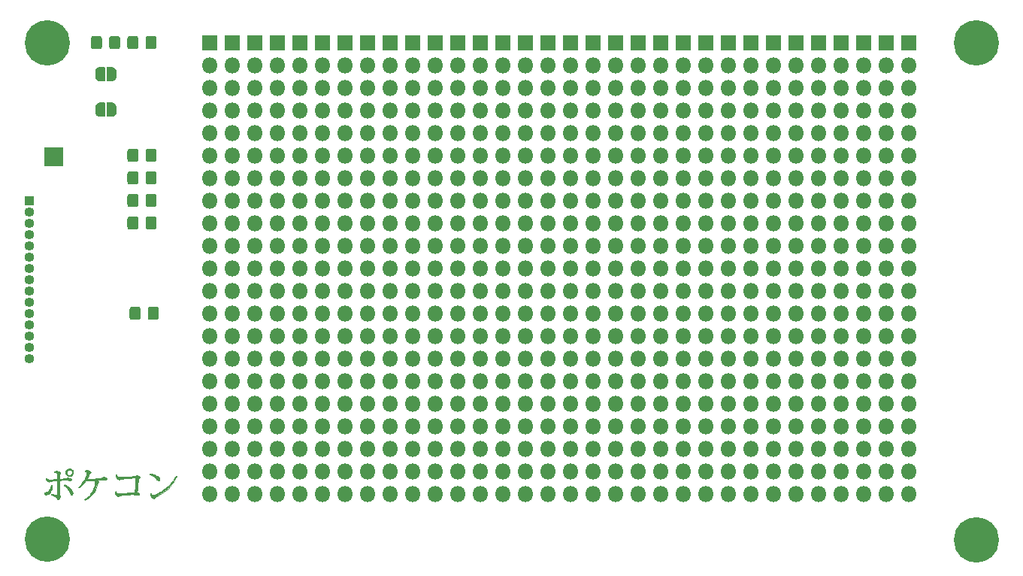
<source format=gbr>
%TF.GenerationSoftware,KiCad,Pcbnew,(5.1.6)-1*%
%TF.CreationDate,2020-08-25T07:27:34+03:00*%
%TF.ProjectId,15pinproto,31357069-6e70-4726-9f74-6f2e6b696361,rev?*%
%TF.SameCoordinates,Original*%
%TF.FileFunction,Soldermask,Top*%
%TF.FilePolarity,Negative*%
%FSLAX46Y46*%
G04 Gerber Fmt 4.6, Leading zero omitted, Abs format (unit mm)*
G04 Created by KiCad (PCBNEW (5.1.6)-1) date 2020-08-25 07:27:34*
%MOMM*%
%LPD*%
G01*
G04 APERTURE LIST*
%ADD10C,0.010000*%
%ADD11C,0.100000*%
%ADD12R,1.100000X1.100000*%
%ADD13O,1.100000X1.100000*%
%ADD14O,1.800000X1.800000*%
%ADD15R,1.800000X1.800000*%
%ADD16C,5.100000*%
G04 APERTURE END LIST*
D10*
%TO.C,G\u002A\u002A\u002A*%
G36*
X116345027Y-141952198D02*
G01*
X116432785Y-141975716D01*
X116512012Y-142016733D01*
X116580763Y-142073671D01*
X116637090Y-142144947D01*
X116679048Y-142228981D01*
X116703085Y-142315126D01*
X116707988Y-142396625D01*
X116694568Y-142480184D01*
X116664761Y-142561708D01*
X116620505Y-142637102D01*
X116563737Y-142702269D01*
X116496394Y-142753116D01*
X116495727Y-142753506D01*
X116413899Y-142789698D01*
X116324096Y-142808973D01*
X116231825Y-142810740D01*
X116142596Y-142794409D01*
X116135249Y-142792142D01*
X116050721Y-142754710D01*
X115977469Y-142701419D01*
X115917342Y-142634972D01*
X115872190Y-142558071D01*
X115843864Y-142473420D01*
X115834213Y-142383721D01*
X115834510Y-142376269D01*
X115970111Y-142376269D01*
X115974799Y-142444600D01*
X115990399Y-142500978D01*
X116019217Y-142552800D01*
X116029528Y-142566924D01*
X116081377Y-142618247D01*
X116145117Y-142654991D01*
X116216388Y-142676157D01*
X116290833Y-142680744D01*
X116364091Y-142667751D01*
X116402708Y-142652553D01*
X116467801Y-142610662D01*
X116517297Y-142557430D01*
X116551203Y-142495830D01*
X116569527Y-142428835D01*
X116572277Y-142359419D01*
X116559461Y-142290553D01*
X116531086Y-142225212D01*
X116487160Y-142166368D01*
X116427691Y-142116993D01*
X116401280Y-142101471D01*
X116351838Y-142084288D01*
X116291646Y-142076580D01*
X116228890Y-142078346D01*
X116171754Y-142089586D01*
X116142456Y-142101464D01*
X116071565Y-142148426D01*
X116019713Y-142204371D01*
X115986428Y-142270051D01*
X115971240Y-142346218D01*
X115970111Y-142376269D01*
X115834510Y-142376269D01*
X115835400Y-142354012D01*
X115846824Y-142272939D01*
X115869309Y-142204650D01*
X115905791Y-142142797D01*
X115959205Y-142081032D01*
X115963812Y-142076389D01*
X116024581Y-142022269D01*
X116084134Y-141985011D01*
X116148861Y-141961752D01*
X116225151Y-141949625D01*
X116250686Y-141947762D01*
X116345027Y-141952198D01*
G37*
X116345027Y-141952198D02*
X116432785Y-141975716D01*
X116512012Y-142016733D01*
X116580763Y-142073671D01*
X116637090Y-142144947D01*
X116679048Y-142228981D01*
X116703085Y-142315126D01*
X116707988Y-142396625D01*
X116694568Y-142480184D01*
X116664761Y-142561708D01*
X116620505Y-142637102D01*
X116563737Y-142702269D01*
X116496394Y-142753116D01*
X116495727Y-142753506D01*
X116413899Y-142789698D01*
X116324096Y-142808973D01*
X116231825Y-142810740D01*
X116142596Y-142794409D01*
X116135249Y-142792142D01*
X116050721Y-142754710D01*
X115977469Y-142701419D01*
X115917342Y-142634972D01*
X115872190Y-142558071D01*
X115843864Y-142473420D01*
X115834213Y-142383721D01*
X115834510Y-142376269D01*
X115970111Y-142376269D01*
X115974799Y-142444600D01*
X115990399Y-142500978D01*
X116019217Y-142552800D01*
X116029528Y-142566924D01*
X116081377Y-142618247D01*
X116145117Y-142654991D01*
X116216388Y-142676157D01*
X116290833Y-142680744D01*
X116364091Y-142667751D01*
X116402708Y-142652553D01*
X116467801Y-142610662D01*
X116517297Y-142557430D01*
X116551203Y-142495830D01*
X116569527Y-142428835D01*
X116572277Y-142359419D01*
X116559461Y-142290553D01*
X116531086Y-142225212D01*
X116487160Y-142166368D01*
X116427691Y-142116993D01*
X116401280Y-142101471D01*
X116351838Y-142084288D01*
X116291646Y-142076580D01*
X116228890Y-142078346D01*
X116171754Y-142089586D01*
X116142456Y-142101464D01*
X116071565Y-142148426D01*
X116019713Y-142204371D01*
X115986428Y-142270051D01*
X115971240Y-142346218D01*
X115970111Y-142376269D01*
X115834510Y-142376269D01*
X115835400Y-142354012D01*
X115846824Y-142272939D01*
X115869309Y-142204650D01*
X115905791Y-142142797D01*
X115959205Y-142081032D01*
X115963812Y-142076389D01*
X116024581Y-142022269D01*
X116084134Y-141985011D01*
X116148861Y-141961752D01*
X116225151Y-141949625D01*
X116250686Y-141947762D01*
X116345027Y-141952198D01*
G36*
X125427605Y-142522777D02*
G01*
X125454437Y-142527460D01*
X125601744Y-142558609D01*
X125744113Y-142597822D01*
X125879103Y-142644021D01*
X126004273Y-142696123D01*
X126117184Y-142753050D01*
X126215395Y-142813721D01*
X126296465Y-142877055D01*
X126338566Y-142918863D01*
X126385479Y-142977514D01*
X126415756Y-143032605D01*
X126431811Y-143089822D01*
X126436097Y-143148550D01*
X126435145Y-143190353D01*
X126431165Y-143217681D01*
X126422474Y-143237193D01*
X126409627Y-143253145D01*
X126377187Y-143280038D01*
X126338541Y-143300564D01*
X126302594Y-143310225D01*
X126296149Y-143310451D01*
X126273249Y-143306014D01*
X126245517Y-143296161D01*
X126205599Y-143273306D01*
X126163883Y-143237947D01*
X126117717Y-143187598D01*
X126081717Y-143142604D01*
X125973922Y-143018248D01*
X125848732Y-142902155D01*
X125709052Y-142796559D01*
X125557787Y-142703693D01*
X125424967Y-142637635D01*
X125379743Y-142617001D01*
X125350660Y-142602042D01*
X125334331Y-142590241D01*
X125327371Y-142579079D01*
X125326393Y-142566039D01*
X125326504Y-142564404D01*
X125329973Y-142539596D01*
X125338277Y-142524051D01*
X125354957Y-142516748D01*
X125383553Y-142516664D01*
X125427605Y-142522777D01*
G37*
X125427605Y-142522777D02*
X125454437Y-142527460D01*
X125601744Y-142558609D01*
X125744113Y-142597822D01*
X125879103Y-142644021D01*
X126004273Y-142696123D01*
X126117184Y-142753050D01*
X126215395Y-142813721D01*
X126296465Y-142877055D01*
X126338566Y-142918863D01*
X126385479Y-142977514D01*
X126415756Y-143032605D01*
X126431811Y-143089822D01*
X126436097Y-143148550D01*
X126435145Y-143190353D01*
X126431165Y-143217681D01*
X126422474Y-143237193D01*
X126409627Y-143253145D01*
X126377187Y-143280038D01*
X126338541Y-143300564D01*
X126302594Y-143310225D01*
X126296149Y-143310451D01*
X126273249Y-143306014D01*
X126245517Y-143296161D01*
X126205599Y-143273306D01*
X126163883Y-143237947D01*
X126117717Y-143187598D01*
X126081717Y-143142604D01*
X125973922Y-143018248D01*
X125848732Y-142902155D01*
X125709052Y-142796559D01*
X125557787Y-142703693D01*
X125424967Y-142637635D01*
X125379743Y-142617001D01*
X125350660Y-142602042D01*
X125334331Y-142590241D01*
X125327371Y-142579079D01*
X125326393Y-142566039D01*
X125326504Y-142564404D01*
X125329973Y-142539596D01*
X125338277Y-142524051D01*
X125354957Y-142516748D01*
X125383553Y-142516664D01*
X125427605Y-142522777D01*
G36*
X115838173Y-143788450D02*
G01*
X115989979Y-143879250D01*
X116126574Y-143975354D01*
X116253909Y-144081320D01*
X116377935Y-144201707D01*
X116378516Y-144202311D01*
X116471084Y-144307040D01*
X116543076Y-144407585D01*
X116594622Y-144504190D01*
X116625850Y-144597102D01*
X116636893Y-144686565D01*
X116636915Y-144689705D01*
X116631768Y-144757089D01*
X116616426Y-144810747D01*
X116591727Y-144848419D01*
X116572826Y-144862377D01*
X116529287Y-144875183D01*
X116480144Y-144875291D01*
X116436338Y-144862781D01*
X116433683Y-144861396D01*
X116408704Y-144841140D01*
X116383197Y-144806341D01*
X116356066Y-144755121D01*
X116326213Y-144685599D01*
X116316251Y-144660081D01*
X116248227Y-144505520D01*
X116164181Y-144356356D01*
X116062001Y-144208976D01*
X116023341Y-144159366D01*
X115972250Y-144098874D01*
X115913876Y-144035247D01*
X115852457Y-143972700D01*
X115792235Y-143915444D01*
X115737450Y-143867692D01*
X115702770Y-143840858D01*
X115675761Y-143820489D01*
X115657506Y-143804697D01*
X115652478Y-143798184D01*
X115659427Y-143787436D01*
X115676998Y-143768004D01*
X115687298Y-143757720D01*
X115722117Y-143723972D01*
X115838173Y-143788450D01*
G37*
X115838173Y-143788450D02*
X115989979Y-143879250D01*
X116126574Y-143975354D01*
X116253909Y-144081320D01*
X116377935Y-144201707D01*
X116378516Y-144202311D01*
X116471084Y-144307040D01*
X116543076Y-144407585D01*
X116594622Y-144504190D01*
X116625850Y-144597102D01*
X116636893Y-144686565D01*
X116636915Y-144689705D01*
X116631768Y-144757089D01*
X116616426Y-144810747D01*
X116591727Y-144848419D01*
X116572826Y-144862377D01*
X116529287Y-144875183D01*
X116480144Y-144875291D01*
X116436338Y-144862781D01*
X116433683Y-144861396D01*
X116408704Y-144841140D01*
X116383197Y-144806341D01*
X116356066Y-144755121D01*
X116326213Y-144685599D01*
X116316251Y-144660081D01*
X116248227Y-144505520D01*
X116164181Y-144356356D01*
X116062001Y-144208976D01*
X116023341Y-144159366D01*
X115972250Y-144098874D01*
X115913876Y-144035247D01*
X115852457Y-143972700D01*
X115792235Y-143915444D01*
X115737450Y-143867692D01*
X115702770Y-143840858D01*
X115675761Y-143820489D01*
X115657506Y-143804697D01*
X115652478Y-143798184D01*
X115659427Y-143787436D01*
X115676998Y-143768004D01*
X115687298Y-143757720D01*
X115722117Y-143723972D01*
X115838173Y-143788450D01*
G36*
X114297247Y-143917292D02*
G01*
X114289810Y-144083048D01*
X114267348Y-144234168D01*
X114229631Y-144371163D01*
X114176431Y-144494546D01*
X114107519Y-144604828D01*
X114022665Y-144702520D01*
X113921643Y-144788135D01*
X113901417Y-144802514D01*
X113828803Y-144844812D01*
X113752345Y-144875222D01*
X113676632Y-144892617D01*
X113606251Y-144895871D01*
X113556105Y-144887307D01*
X113522443Y-144871928D01*
X113490849Y-144849628D01*
X113488968Y-144847902D01*
X113470807Y-144828188D01*
X113462985Y-144808680D01*
X113462688Y-144780370D01*
X113463786Y-144767310D01*
X113475350Y-144721347D01*
X113501894Y-144684950D01*
X113545669Y-144655725D01*
X113583801Y-144639667D01*
X113713579Y-144584535D01*
X113825730Y-144518745D01*
X113921606Y-144441036D01*
X114002555Y-144350148D01*
X114069927Y-144244822D01*
X114118584Y-144140368D01*
X114136140Y-144090895D01*
X114153460Y-144032383D01*
X114169075Y-143970957D01*
X114181516Y-143912740D01*
X114189314Y-143863854D01*
X114191231Y-143837606D01*
X114192720Y-143820355D01*
X114200613Y-143811751D01*
X114220374Y-143808799D01*
X114244308Y-143808490D01*
X114297247Y-143808490D01*
X114297247Y-143917292D01*
G37*
X114297247Y-143917292D02*
X114289810Y-144083048D01*
X114267348Y-144234168D01*
X114229631Y-144371163D01*
X114176431Y-144494546D01*
X114107519Y-144604828D01*
X114022665Y-144702520D01*
X113921643Y-144788135D01*
X113901417Y-144802514D01*
X113828803Y-144844812D01*
X113752345Y-144875222D01*
X113676632Y-144892617D01*
X113606251Y-144895871D01*
X113556105Y-144887307D01*
X113522443Y-144871928D01*
X113490849Y-144849628D01*
X113488968Y-144847902D01*
X113470807Y-144828188D01*
X113462985Y-144808680D01*
X113462688Y-144780370D01*
X113463786Y-144767310D01*
X113475350Y-144721347D01*
X113501894Y-144684950D01*
X113545669Y-144655725D01*
X113583801Y-144639667D01*
X113713579Y-144584535D01*
X113825730Y-144518745D01*
X113921606Y-144441036D01*
X114002555Y-144350148D01*
X114069927Y-144244822D01*
X114118584Y-144140368D01*
X114136140Y-144090895D01*
X114153460Y-144032383D01*
X114169075Y-143970957D01*
X114181516Y-143912740D01*
X114189314Y-143863854D01*
X114191231Y-143837606D01*
X114192720Y-143820355D01*
X114200613Y-143811751D01*
X114220374Y-143808799D01*
X114244308Y-143808490D01*
X114297247Y-143808490D01*
X114297247Y-143917292D01*
G36*
X121557539Y-142652640D02*
G01*
X121570333Y-142673949D01*
X121570861Y-142675197D01*
X121589681Y-142705135D01*
X121621371Y-142740522D01*
X121660459Y-142776223D01*
X121701475Y-142807101D01*
X121728355Y-142823070D01*
X121759989Y-142838328D01*
X121790583Y-142850563D01*
X121822816Y-142860043D01*
X121859366Y-142867034D01*
X121902910Y-142871804D01*
X121956127Y-142874621D01*
X122021695Y-142875752D01*
X122102291Y-142875463D01*
X122200593Y-142874024D01*
X122232762Y-142873429D01*
X122456593Y-142867541D01*
X122694828Y-142858257D01*
X122941025Y-142845899D01*
X123188741Y-142830789D01*
X123424736Y-142813782D01*
X123511515Y-142806734D01*
X123580231Y-142800181D01*
X123633962Y-142793371D01*
X123675784Y-142785549D01*
X123708773Y-142775965D01*
X123736005Y-142763865D01*
X123760559Y-142748496D01*
X123785509Y-142729107D01*
X123791568Y-142724050D01*
X123830183Y-142695714D01*
X123863483Y-142683472D01*
X123898599Y-142686288D01*
X123940937Y-142702333D01*
X123993466Y-142730246D01*
X124046553Y-142765194D01*
X124096968Y-142804269D01*
X124141481Y-142844568D01*
X124176864Y-142883184D01*
X124199888Y-142917213D01*
X124207376Y-142942039D01*
X124197239Y-142977006D01*
X124168599Y-143008164D01*
X124129472Y-143030345D01*
X124090611Y-143052978D01*
X124065234Y-143085256D01*
X124049330Y-143130874D01*
X124045951Y-143151371D01*
X124040947Y-143190518D01*
X124034578Y-143245875D01*
X124027106Y-143314999D01*
X124018789Y-143395450D01*
X124009887Y-143484788D01*
X124000662Y-143580570D01*
X123995175Y-143639086D01*
X123981584Y-143784653D01*
X123969564Y-143911334D01*
X123958881Y-144021342D01*
X123949298Y-144116887D01*
X123940582Y-144200184D01*
X123932496Y-144273443D01*
X123924806Y-144338877D01*
X123917277Y-144398699D01*
X123909673Y-144455120D01*
X123904764Y-144489742D01*
X123898370Y-144536324D01*
X123893769Y-144574401D01*
X123891449Y-144599591D01*
X123891615Y-144607580D01*
X123902162Y-144613577D01*
X123926045Y-144626051D01*
X123951579Y-144639016D01*
X124007415Y-144672597D01*
X124055827Y-144712218D01*
X124092568Y-144753819D01*
X124113390Y-144793335D01*
X124113590Y-144793992D01*
X124119174Y-144833940D01*
X124107842Y-144863805D01*
X124078382Y-144885177D01*
X124033651Y-144898826D01*
X124008653Y-144903509D01*
X123985896Y-144905893D01*
X123961277Y-144905595D01*
X123930690Y-144902232D01*
X123890033Y-144895422D01*
X123835200Y-144884783D01*
X123794454Y-144876537D01*
X123711786Y-144863729D01*
X123610016Y-144854851D01*
X123490846Y-144849893D01*
X123355980Y-144848844D01*
X123207120Y-144851691D01*
X123045970Y-144858423D01*
X122874232Y-144869029D01*
X122693610Y-144883497D01*
X122688035Y-144883994D01*
X122510238Y-144901301D01*
X122353399Y-144919560D01*
X122217551Y-144938766D01*
X122102730Y-144958912D01*
X122008972Y-144979993D01*
X121936313Y-145002002D01*
X121901867Y-145016115D01*
X121829790Y-145041414D01*
X121761864Y-145046750D01*
X121695387Y-145032195D01*
X121671611Y-145022251D01*
X121610767Y-144985573D01*
X121551180Y-144935052D01*
X121496979Y-144875499D01*
X121452293Y-144811729D01*
X121421250Y-144748553D01*
X121412490Y-144720195D01*
X121405784Y-144683185D01*
X121406762Y-144651021D01*
X121415866Y-144611956D01*
X121416678Y-144609143D01*
X121430607Y-144572404D01*
X121449485Y-144536624D01*
X121469870Y-144507102D01*
X121488318Y-144489140D01*
X121496612Y-144486106D01*
X121505289Y-144494866D01*
X121519491Y-144517677D01*
X121533915Y-144545172D01*
X121576248Y-144614242D01*
X121628545Y-144666517D01*
X121693352Y-144703831D01*
X121773214Y-144728017D01*
X121792975Y-144731745D01*
X121808953Y-144733997D01*
X121828268Y-144735639D01*
X121852380Y-144736614D01*
X121882750Y-144736861D01*
X121920837Y-144736322D01*
X121968103Y-144734939D01*
X122026006Y-144732652D01*
X122096008Y-144729402D01*
X122179569Y-144725132D01*
X122278149Y-144719781D01*
X122393208Y-144713292D01*
X122526206Y-144705606D01*
X122678604Y-144696662D01*
X122709463Y-144694841D01*
X122878934Y-144684720D01*
X123028066Y-144675576D01*
X123157670Y-144667350D01*
X123268556Y-144659982D01*
X123361536Y-144653412D01*
X123437421Y-144647580D01*
X123497021Y-144642426D01*
X123541148Y-144637891D01*
X123570613Y-144633914D01*
X123586226Y-144630436D01*
X123587049Y-144630117D01*
X123616292Y-144611277D01*
X123628986Y-144585024D01*
X123634199Y-144551856D01*
X123640479Y-144499851D01*
X123647644Y-144431308D01*
X123655515Y-144348528D01*
X123663912Y-144253811D01*
X123672653Y-144149460D01*
X123681560Y-144037773D01*
X123690450Y-143921052D01*
X123699144Y-143801597D01*
X123707462Y-143681709D01*
X123715223Y-143563689D01*
X123722247Y-143449837D01*
X123728353Y-143342454D01*
X123732130Y-143269428D01*
X123744837Y-143010941D01*
X123719810Y-142990675D01*
X123705260Y-142981014D01*
X123687756Y-142975626D01*
X123662065Y-142973907D01*
X123622952Y-142975254D01*
X123599038Y-142976734D01*
X123376682Y-142991709D01*
X123174485Y-143005955D01*
X122991444Y-143019579D01*
X122826560Y-143032688D01*
X122678830Y-143045386D01*
X122547254Y-143057780D01*
X122430831Y-143069976D01*
X122328559Y-143082080D01*
X122239437Y-143094198D01*
X122162466Y-143106437D01*
X122096642Y-143118901D01*
X122040966Y-143131698D01*
X121994436Y-143144933D01*
X121986439Y-143147542D01*
X121938614Y-143162607D01*
X121895389Y-143174614D01*
X121862415Y-143182081D01*
X121848230Y-143183813D01*
X121803470Y-143174848D01*
X121752403Y-143150067D01*
X121698093Y-143112645D01*
X121643607Y-143065754D01*
X121592009Y-143012566D01*
X121546365Y-142956256D01*
X121509741Y-142899995D01*
X121485203Y-142846957D01*
X121475814Y-142800315D01*
X121475797Y-142798316D01*
X121480228Y-142752793D01*
X121491898Y-142709728D01*
X121508621Y-142674011D01*
X121528208Y-142650531D01*
X121544915Y-142643838D01*
X121557539Y-142652640D01*
G37*
X121557539Y-142652640D02*
X121570333Y-142673949D01*
X121570861Y-142675197D01*
X121589681Y-142705135D01*
X121621371Y-142740522D01*
X121660459Y-142776223D01*
X121701475Y-142807101D01*
X121728355Y-142823070D01*
X121759989Y-142838328D01*
X121790583Y-142850563D01*
X121822816Y-142860043D01*
X121859366Y-142867034D01*
X121902910Y-142871804D01*
X121956127Y-142874621D01*
X122021695Y-142875752D01*
X122102291Y-142875463D01*
X122200593Y-142874024D01*
X122232762Y-142873429D01*
X122456593Y-142867541D01*
X122694828Y-142858257D01*
X122941025Y-142845899D01*
X123188741Y-142830789D01*
X123424736Y-142813782D01*
X123511515Y-142806734D01*
X123580231Y-142800181D01*
X123633962Y-142793371D01*
X123675784Y-142785549D01*
X123708773Y-142775965D01*
X123736005Y-142763865D01*
X123760559Y-142748496D01*
X123785509Y-142729107D01*
X123791568Y-142724050D01*
X123830183Y-142695714D01*
X123863483Y-142683472D01*
X123898599Y-142686288D01*
X123940937Y-142702333D01*
X123993466Y-142730246D01*
X124046553Y-142765194D01*
X124096968Y-142804269D01*
X124141481Y-142844568D01*
X124176864Y-142883184D01*
X124199888Y-142917213D01*
X124207376Y-142942039D01*
X124197239Y-142977006D01*
X124168599Y-143008164D01*
X124129472Y-143030345D01*
X124090611Y-143052978D01*
X124065234Y-143085256D01*
X124049330Y-143130874D01*
X124045951Y-143151371D01*
X124040947Y-143190518D01*
X124034578Y-143245875D01*
X124027106Y-143314999D01*
X124018789Y-143395450D01*
X124009887Y-143484788D01*
X124000662Y-143580570D01*
X123995175Y-143639086D01*
X123981584Y-143784653D01*
X123969564Y-143911334D01*
X123958881Y-144021342D01*
X123949298Y-144116887D01*
X123940582Y-144200184D01*
X123932496Y-144273443D01*
X123924806Y-144338877D01*
X123917277Y-144398699D01*
X123909673Y-144455120D01*
X123904764Y-144489742D01*
X123898370Y-144536324D01*
X123893769Y-144574401D01*
X123891449Y-144599591D01*
X123891615Y-144607580D01*
X123902162Y-144613577D01*
X123926045Y-144626051D01*
X123951579Y-144639016D01*
X124007415Y-144672597D01*
X124055827Y-144712218D01*
X124092568Y-144753819D01*
X124113390Y-144793335D01*
X124113590Y-144793992D01*
X124119174Y-144833940D01*
X124107842Y-144863805D01*
X124078382Y-144885177D01*
X124033651Y-144898826D01*
X124008653Y-144903509D01*
X123985896Y-144905893D01*
X123961277Y-144905595D01*
X123930690Y-144902232D01*
X123890033Y-144895422D01*
X123835200Y-144884783D01*
X123794454Y-144876537D01*
X123711786Y-144863729D01*
X123610016Y-144854851D01*
X123490846Y-144849893D01*
X123355980Y-144848844D01*
X123207120Y-144851691D01*
X123045970Y-144858423D01*
X122874232Y-144869029D01*
X122693610Y-144883497D01*
X122688035Y-144883994D01*
X122510238Y-144901301D01*
X122353399Y-144919560D01*
X122217551Y-144938766D01*
X122102730Y-144958912D01*
X122008972Y-144979993D01*
X121936313Y-145002002D01*
X121901867Y-145016115D01*
X121829790Y-145041414D01*
X121761864Y-145046750D01*
X121695387Y-145032195D01*
X121671611Y-145022251D01*
X121610767Y-144985573D01*
X121551180Y-144935052D01*
X121496979Y-144875499D01*
X121452293Y-144811729D01*
X121421250Y-144748553D01*
X121412490Y-144720195D01*
X121405784Y-144683185D01*
X121406762Y-144651021D01*
X121415866Y-144611956D01*
X121416678Y-144609143D01*
X121430607Y-144572404D01*
X121449485Y-144536624D01*
X121469870Y-144507102D01*
X121488318Y-144489140D01*
X121496612Y-144486106D01*
X121505289Y-144494866D01*
X121519491Y-144517677D01*
X121533915Y-144545172D01*
X121576248Y-144614242D01*
X121628545Y-144666517D01*
X121693352Y-144703831D01*
X121773214Y-144728017D01*
X121792975Y-144731745D01*
X121808953Y-144733997D01*
X121828268Y-144735639D01*
X121852380Y-144736614D01*
X121882750Y-144736861D01*
X121920837Y-144736322D01*
X121968103Y-144734939D01*
X122026006Y-144732652D01*
X122096008Y-144729402D01*
X122179569Y-144725132D01*
X122278149Y-144719781D01*
X122393208Y-144713292D01*
X122526206Y-144705606D01*
X122678604Y-144696662D01*
X122709463Y-144694841D01*
X122878934Y-144684720D01*
X123028066Y-144675576D01*
X123157670Y-144667350D01*
X123268556Y-144659982D01*
X123361536Y-144653412D01*
X123437421Y-144647580D01*
X123497021Y-144642426D01*
X123541148Y-144637891D01*
X123570613Y-144633914D01*
X123586226Y-144630436D01*
X123587049Y-144630117D01*
X123616292Y-144611277D01*
X123628986Y-144585024D01*
X123634199Y-144551856D01*
X123640479Y-144499851D01*
X123647644Y-144431308D01*
X123655515Y-144348528D01*
X123663912Y-144253811D01*
X123672653Y-144149460D01*
X123681560Y-144037773D01*
X123690450Y-143921052D01*
X123699144Y-143801597D01*
X123707462Y-143681709D01*
X123715223Y-143563689D01*
X123722247Y-143449837D01*
X123728353Y-143342454D01*
X123732130Y-143269428D01*
X123744837Y-143010941D01*
X123719810Y-142990675D01*
X123705260Y-142981014D01*
X123687756Y-142975626D01*
X123662065Y-142973907D01*
X123622952Y-142975254D01*
X123599038Y-142976734D01*
X123376682Y-142991709D01*
X123174485Y-143005955D01*
X122991444Y-143019579D01*
X122826560Y-143032688D01*
X122678830Y-143045386D01*
X122547254Y-143057780D01*
X122430831Y-143069976D01*
X122328559Y-143082080D01*
X122239437Y-143094198D01*
X122162466Y-143106437D01*
X122096642Y-143118901D01*
X122040966Y-143131698D01*
X121994436Y-143144933D01*
X121986439Y-143147542D01*
X121938614Y-143162607D01*
X121895389Y-143174614D01*
X121862415Y-143182081D01*
X121848230Y-143183813D01*
X121803470Y-143174848D01*
X121752403Y-143150067D01*
X121698093Y-143112645D01*
X121643607Y-143065754D01*
X121592009Y-143012566D01*
X121546365Y-142956256D01*
X121509741Y-142899995D01*
X121485203Y-142846957D01*
X121475814Y-142800315D01*
X121475797Y-142798316D01*
X121480228Y-142752793D01*
X121491898Y-142709728D01*
X121508621Y-142674011D01*
X121528208Y-142650531D01*
X121544915Y-142643838D01*
X121557539Y-142652640D01*
G36*
X128323995Y-142777398D02*
G01*
X128349710Y-142793759D01*
X128365722Y-142805921D01*
X128368360Y-142809360D01*
X128363860Y-142820227D01*
X128351431Y-142846668D01*
X128332683Y-142885347D01*
X128309225Y-142932931D01*
X128293279Y-142964929D01*
X128147891Y-143231977D01*
X127984679Y-143487814D01*
X127803992Y-143732100D01*
X127606177Y-143964496D01*
X127391581Y-144184664D01*
X127160551Y-144392264D01*
X126913436Y-144586958D01*
X126650583Y-144768406D01*
X126372339Y-144936270D01*
X126150257Y-145054825D01*
X126078697Y-145091729D01*
X126022928Y-145122377D01*
X125979349Y-145149008D01*
X125944354Y-145173865D01*
X125914340Y-145199189D01*
X125906738Y-145206288D01*
X125863176Y-145246188D01*
X125829452Y-145272128D01*
X125801290Y-145285934D01*
X125774414Y-145289431D01*
X125744546Y-145284442D01*
X125732012Y-145280852D01*
X125666037Y-145252830D01*
X125596015Y-145209047D01*
X125527139Y-145152797D01*
X125520988Y-145147060D01*
X125450610Y-145072506D01*
X125399798Y-145000383D01*
X125368707Y-144931290D01*
X125357496Y-144865826D01*
X125366320Y-144804589D01*
X125395338Y-144748179D01*
X125411306Y-144728560D01*
X125449445Y-144686345D01*
X125479685Y-144749351D01*
X125521698Y-144817162D01*
X125573590Y-144866813D01*
X125634598Y-144897774D01*
X125703958Y-144909518D01*
X125711258Y-144909615D01*
X125764582Y-144903514D01*
X125833000Y-144885846D01*
X125914524Y-144857560D01*
X126007169Y-144819608D01*
X126108949Y-144772941D01*
X126217879Y-144718509D01*
X126331971Y-144657264D01*
X126449240Y-144590156D01*
X126567701Y-144518136D01*
X126679615Y-144445979D01*
X126847340Y-144329995D01*
X127007249Y-144209452D01*
X127163487Y-144080914D01*
X127320198Y-143940947D01*
X127481525Y-143786113D01*
X127511417Y-143756356D01*
X127656907Y-143606222D01*
X127786739Y-143462099D01*
X127903973Y-143320100D01*
X128011670Y-143176338D01*
X128112891Y-143026926D01*
X128209835Y-142869441D01*
X128279630Y-142750942D01*
X128323995Y-142777398D01*
G37*
X128323995Y-142777398D02*
X128349710Y-142793759D01*
X128365722Y-142805921D01*
X128368360Y-142809360D01*
X128363860Y-142820227D01*
X128351431Y-142846668D01*
X128332683Y-142885347D01*
X128309225Y-142932931D01*
X128293279Y-142964929D01*
X128147891Y-143231977D01*
X127984679Y-143487814D01*
X127803992Y-143732100D01*
X127606177Y-143964496D01*
X127391581Y-144184664D01*
X127160551Y-144392264D01*
X126913436Y-144586958D01*
X126650583Y-144768406D01*
X126372339Y-144936270D01*
X126150257Y-145054825D01*
X126078697Y-145091729D01*
X126022928Y-145122377D01*
X125979349Y-145149008D01*
X125944354Y-145173865D01*
X125914340Y-145199189D01*
X125906738Y-145206288D01*
X125863176Y-145246188D01*
X125829452Y-145272128D01*
X125801290Y-145285934D01*
X125774414Y-145289431D01*
X125744546Y-145284442D01*
X125732012Y-145280852D01*
X125666037Y-145252830D01*
X125596015Y-145209047D01*
X125527139Y-145152797D01*
X125520988Y-145147060D01*
X125450610Y-145072506D01*
X125399798Y-145000383D01*
X125368707Y-144931290D01*
X125357496Y-144865826D01*
X125366320Y-144804589D01*
X125395338Y-144748179D01*
X125411306Y-144728560D01*
X125449445Y-144686345D01*
X125479685Y-144749351D01*
X125521698Y-144817162D01*
X125573590Y-144866813D01*
X125634598Y-144897774D01*
X125703958Y-144909518D01*
X125711258Y-144909615D01*
X125764582Y-144903514D01*
X125833000Y-144885846D01*
X125914524Y-144857560D01*
X126007169Y-144819608D01*
X126108949Y-144772941D01*
X126217879Y-144718509D01*
X126331971Y-144657264D01*
X126449240Y-144590156D01*
X126567701Y-144518136D01*
X126679615Y-144445979D01*
X126847340Y-144329995D01*
X127007249Y-144209452D01*
X127163487Y-144080914D01*
X127320198Y-143940947D01*
X127481525Y-143786113D01*
X127511417Y-143756356D01*
X127656907Y-143606222D01*
X127786739Y-143462099D01*
X127903973Y-143320100D01*
X128011670Y-143176338D01*
X128112891Y-143026926D01*
X128209835Y-142869441D01*
X128279630Y-142750942D01*
X128323995Y-142777398D01*
G36*
X114888239Y-142224449D02*
G01*
X114966909Y-142240083D01*
X115043897Y-142264083D01*
X115114518Y-142295404D01*
X115174086Y-142333000D01*
X115195462Y-142351142D01*
X115234288Y-142393732D01*
X115254912Y-142433698D01*
X115257902Y-142475438D01*
X115243828Y-142523347D01*
X115223103Y-142564749D01*
X115185474Y-142632036D01*
X115173921Y-142865801D01*
X115170749Y-142933795D01*
X115168284Y-142994310D01*
X115166623Y-143044278D01*
X115165860Y-143080631D01*
X115166092Y-143100302D01*
X115166552Y-143102899D01*
X115178271Y-143103368D01*
X115207764Y-143102196D01*
X115251714Y-143099641D01*
X115306804Y-143095963D01*
X115369718Y-143091419D01*
X115437138Y-143086269D01*
X115505749Y-143080770D01*
X115572233Y-143075183D01*
X115633274Y-143069764D01*
X115685555Y-143064774D01*
X115725761Y-143060470D01*
X115747768Y-143057575D01*
X115830649Y-143041275D01*
X115895424Y-143020959D01*
X115944956Y-142995585D01*
X115969378Y-142976754D01*
X115993151Y-142957471D01*
X116016047Y-142945901D01*
X116042540Y-142941803D01*
X116077104Y-142944934D01*
X116124213Y-142955053D01*
X116166696Y-142966068D01*
X116257770Y-142994179D01*
X116334676Y-143025460D01*
X116396501Y-143058984D01*
X116442334Y-143093824D01*
X116471262Y-143129051D01*
X116482373Y-143163740D01*
X116474755Y-143196962D01*
X116447496Y-143227791D01*
X116433691Y-143237500D01*
X116417492Y-143246687D01*
X116400509Y-143252592D01*
X116378280Y-143255635D01*
X116346342Y-143256241D01*
X116300232Y-143254831D01*
X116266568Y-143253319D01*
X116198608Y-143249736D01*
X116122053Y-143245108D01*
X116048153Y-143240138D01*
X116007168Y-143237081D01*
X115961849Y-143234853D01*
X115899292Y-143233685D01*
X115823404Y-143233493D01*
X115738092Y-143234191D01*
X115647262Y-143235695D01*
X115554821Y-143237922D01*
X115464676Y-143240785D01*
X115380733Y-143244202D01*
X115306899Y-143248087D01*
X115247081Y-143252356D01*
X115230745Y-143253868D01*
X115163701Y-143260580D01*
X115168670Y-144045394D01*
X115169705Y-144198985D01*
X115170760Y-144332927D01*
X115171872Y-144448744D01*
X115173078Y-144547962D01*
X115174416Y-144632106D01*
X115175924Y-144702702D01*
X115177640Y-144761275D01*
X115179600Y-144809351D01*
X115181843Y-144848455D01*
X115184406Y-144880113D01*
X115187326Y-144905850D01*
X115190341Y-144925497D01*
X115201993Y-145003610D01*
X115206365Y-145067583D01*
X115203385Y-145123186D01*
X115192977Y-145176191D01*
X115186871Y-145197465D01*
X115157173Y-145271581D01*
X115118585Y-145333260D01*
X115073532Y-145378939D01*
X115054840Y-145391584D01*
X115008568Y-145412679D01*
X114970264Y-145415742D01*
X114936677Y-145400698D01*
X114922812Y-145388581D01*
X114903117Y-145362464D01*
X114882647Y-145325400D01*
X114869953Y-145295938D01*
X114849373Y-145249371D01*
X114823520Y-145210445D01*
X114787843Y-145173585D01*
X114737792Y-145133218D01*
X114736116Y-145131966D01*
X114691319Y-145101117D01*
X114632269Y-145064206D01*
X114563928Y-145024071D01*
X114491260Y-144983547D01*
X114419225Y-144945471D01*
X114352788Y-144912680D01*
X114351180Y-144911924D01*
X114309201Y-144892101D01*
X114274996Y-144875758D01*
X114252690Y-144864876D01*
X114246221Y-144861471D01*
X114245393Y-144849596D01*
X114251431Y-144827560D01*
X114261286Y-144802941D01*
X114271905Y-144783318D01*
X114280239Y-144776273D01*
X114280483Y-144776360D01*
X114295983Y-144781959D01*
X114328033Y-144792762D01*
X114372986Y-144807596D01*
X114427200Y-144825285D01*
X114487030Y-144844659D01*
X114548832Y-144864543D01*
X114608961Y-144883764D01*
X114663774Y-144901149D01*
X114709627Y-144915525D01*
X114742875Y-144925718D01*
X114757814Y-144930037D01*
X114798080Y-144937611D01*
X114840418Y-144941262D01*
X114844919Y-144941319D01*
X114867535Y-144940450D01*
X114885327Y-144936216D01*
X114899015Y-144926285D01*
X114909319Y-144908321D01*
X114916960Y-144879988D01*
X114922659Y-144838953D01*
X114927136Y-144782879D01*
X114931112Y-144709433D01*
X114933658Y-144653770D01*
X114935527Y-144600618D01*
X114937110Y-144533372D01*
X114938414Y-144454169D01*
X114939446Y-144365148D01*
X114940210Y-144268446D01*
X114940714Y-144166201D01*
X114940963Y-144060550D01*
X114940963Y-143953631D01*
X114940722Y-143847583D01*
X114940243Y-143744542D01*
X114939535Y-143646646D01*
X114938602Y-143556034D01*
X114937452Y-143474842D01*
X114936090Y-143405209D01*
X114934521Y-143349273D01*
X114932753Y-143309170D01*
X114930792Y-143287039D01*
X114929744Y-143283385D01*
X114916412Y-143281353D01*
X114885050Y-143281709D01*
X114838636Y-143284165D01*
X114780145Y-143288432D01*
X114712554Y-143294223D01*
X114638839Y-143301249D01*
X114561977Y-143309222D01*
X114484945Y-143317853D01*
X114410718Y-143326855D01*
X114342273Y-143335938D01*
X114282586Y-143344816D01*
X114264246Y-143347833D01*
X114208096Y-143359889D01*
X114146669Y-143376957D01*
X114092764Y-143395459D01*
X114090195Y-143396479D01*
X114040365Y-143414692D01*
X114002167Y-143423938D01*
X113968807Y-143425685D01*
X113958589Y-143424953D01*
X113894341Y-143410794D01*
X113830576Y-143382473D01*
X113770272Y-143342920D01*
X113716403Y-143295066D01*
X113671945Y-143241841D01*
X113639874Y-143186174D01*
X113623164Y-143130997D01*
X113622256Y-143093746D01*
X113629586Y-143057801D01*
X113641291Y-143026411D01*
X113645027Y-143019856D01*
X113662618Y-143002365D01*
X113682806Y-142993795D01*
X113698891Y-142995632D01*
X113704333Y-143006703D01*
X113712277Y-143027284D01*
X113732856Y-143054621D01*
X113761195Y-143083568D01*
X113792414Y-143108975D01*
X113813580Y-143122005D01*
X113846966Y-143137645D01*
X113881625Y-143150549D01*
X113919432Y-143160774D01*
X113962261Y-143168374D01*
X114011989Y-143173408D01*
X114070489Y-143175930D01*
X114139638Y-143175996D01*
X114221310Y-143173664D01*
X114317381Y-143168988D01*
X114429725Y-143162026D01*
X114560218Y-143152832D01*
X114641349Y-143146774D01*
X114708898Y-143141499D01*
X114771685Y-143136308D01*
X114825715Y-143131554D01*
X114866990Y-143127590D01*
X114891515Y-143124768D01*
X114892808Y-143124575D01*
X114932512Y-143118425D01*
X114932285Y-143021419D01*
X114931178Y-142956256D01*
X114928359Y-142882792D01*
X114924168Y-142805916D01*
X114918945Y-142730518D01*
X114913030Y-142661488D01*
X114906763Y-142603714D01*
X114900483Y-142562086D01*
X114900309Y-142561196D01*
X114880804Y-142490715D01*
X114852297Y-142438038D01*
X114812600Y-142401415D01*
X114759528Y-142379099D01*
X114690895Y-142369338D01*
X114659567Y-142368557D01*
X114616533Y-142368312D01*
X114590799Y-142366822D01*
X114578493Y-142362950D01*
X114575740Y-142355561D01*
X114578298Y-142344734D01*
X114598123Y-142308739D01*
X114633072Y-142273309D01*
X114677631Y-142243753D01*
X114688994Y-142238191D01*
X114744597Y-142222458D01*
X114812574Y-142218226D01*
X114888239Y-142224449D01*
G37*
X114888239Y-142224449D02*
X114966909Y-142240083D01*
X115043897Y-142264083D01*
X115114518Y-142295404D01*
X115174086Y-142333000D01*
X115195462Y-142351142D01*
X115234288Y-142393732D01*
X115254912Y-142433698D01*
X115257902Y-142475438D01*
X115243828Y-142523347D01*
X115223103Y-142564749D01*
X115185474Y-142632036D01*
X115173921Y-142865801D01*
X115170749Y-142933795D01*
X115168284Y-142994310D01*
X115166623Y-143044278D01*
X115165860Y-143080631D01*
X115166092Y-143100302D01*
X115166552Y-143102899D01*
X115178271Y-143103368D01*
X115207764Y-143102196D01*
X115251714Y-143099641D01*
X115306804Y-143095963D01*
X115369718Y-143091419D01*
X115437138Y-143086269D01*
X115505749Y-143080770D01*
X115572233Y-143075183D01*
X115633274Y-143069764D01*
X115685555Y-143064774D01*
X115725761Y-143060470D01*
X115747768Y-143057575D01*
X115830649Y-143041275D01*
X115895424Y-143020959D01*
X115944956Y-142995585D01*
X115969378Y-142976754D01*
X115993151Y-142957471D01*
X116016047Y-142945901D01*
X116042540Y-142941803D01*
X116077104Y-142944934D01*
X116124213Y-142955053D01*
X116166696Y-142966068D01*
X116257770Y-142994179D01*
X116334676Y-143025460D01*
X116396501Y-143058984D01*
X116442334Y-143093824D01*
X116471262Y-143129051D01*
X116482373Y-143163740D01*
X116474755Y-143196962D01*
X116447496Y-143227791D01*
X116433691Y-143237500D01*
X116417492Y-143246687D01*
X116400509Y-143252592D01*
X116378280Y-143255635D01*
X116346342Y-143256241D01*
X116300232Y-143254831D01*
X116266568Y-143253319D01*
X116198608Y-143249736D01*
X116122053Y-143245108D01*
X116048153Y-143240138D01*
X116007168Y-143237081D01*
X115961849Y-143234853D01*
X115899292Y-143233685D01*
X115823404Y-143233493D01*
X115738092Y-143234191D01*
X115647262Y-143235695D01*
X115554821Y-143237922D01*
X115464676Y-143240785D01*
X115380733Y-143244202D01*
X115306899Y-143248087D01*
X115247081Y-143252356D01*
X115230745Y-143253868D01*
X115163701Y-143260580D01*
X115168670Y-144045394D01*
X115169705Y-144198985D01*
X115170760Y-144332927D01*
X115171872Y-144448744D01*
X115173078Y-144547962D01*
X115174416Y-144632106D01*
X115175924Y-144702702D01*
X115177640Y-144761275D01*
X115179600Y-144809351D01*
X115181843Y-144848455D01*
X115184406Y-144880113D01*
X115187326Y-144905850D01*
X115190341Y-144925497D01*
X115201993Y-145003610D01*
X115206365Y-145067583D01*
X115203385Y-145123186D01*
X115192977Y-145176191D01*
X115186871Y-145197465D01*
X115157173Y-145271581D01*
X115118585Y-145333260D01*
X115073532Y-145378939D01*
X115054840Y-145391584D01*
X115008568Y-145412679D01*
X114970264Y-145415742D01*
X114936677Y-145400698D01*
X114922812Y-145388581D01*
X114903117Y-145362464D01*
X114882647Y-145325400D01*
X114869953Y-145295938D01*
X114849373Y-145249371D01*
X114823520Y-145210445D01*
X114787843Y-145173585D01*
X114737792Y-145133218D01*
X114736116Y-145131966D01*
X114691319Y-145101117D01*
X114632269Y-145064206D01*
X114563928Y-145024071D01*
X114491260Y-144983547D01*
X114419225Y-144945471D01*
X114352788Y-144912680D01*
X114351180Y-144911924D01*
X114309201Y-144892101D01*
X114274996Y-144875758D01*
X114252690Y-144864876D01*
X114246221Y-144861471D01*
X114245393Y-144849596D01*
X114251431Y-144827560D01*
X114261286Y-144802941D01*
X114271905Y-144783318D01*
X114280239Y-144776273D01*
X114280483Y-144776360D01*
X114295983Y-144781959D01*
X114328033Y-144792762D01*
X114372986Y-144807596D01*
X114427200Y-144825285D01*
X114487030Y-144844659D01*
X114548832Y-144864543D01*
X114608961Y-144883764D01*
X114663774Y-144901149D01*
X114709627Y-144915525D01*
X114742875Y-144925718D01*
X114757814Y-144930037D01*
X114798080Y-144937611D01*
X114840418Y-144941262D01*
X114844919Y-144941319D01*
X114867535Y-144940450D01*
X114885327Y-144936216D01*
X114899015Y-144926285D01*
X114909319Y-144908321D01*
X114916960Y-144879988D01*
X114922659Y-144838953D01*
X114927136Y-144782879D01*
X114931112Y-144709433D01*
X114933658Y-144653770D01*
X114935527Y-144600618D01*
X114937110Y-144533372D01*
X114938414Y-144454169D01*
X114939446Y-144365148D01*
X114940210Y-144268446D01*
X114940714Y-144166201D01*
X114940963Y-144060550D01*
X114940963Y-143953631D01*
X114940722Y-143847583D01*
X114940243Y-143744542D01*
X114939535Y-143646646D01*
X114938602Y-143556034D01*
X114937452Y-143474842D01*
X114936090Y-143405209D01*
X114934521Y-143349273D01*
X114932753Y-143309170D01*
X114930792Y-143287039D01*
X114929744Y-143283385D01*
X114916412Y-143281353D01*
X114885050Y-143281709D01*
X114838636Y-143284165D01*
X114780145Y-143288432D01*
X114712554Y-143294223D01*
X114638839Y-143301249D01*
X114561977Y-143309222D01*
X114484945Y-143317853D01*
X114410718Y-143326855D01*
X114342273Y-143335938D01*
X114282586Y-143344816D01*
X114264246Y-143347833D01*
X114208096Y-143359889D01*
X114146669Y-143376957D01*
X114092764Y-143395459D01*
X114090195Y-143396479D01*
X114040365Y-143414692D01*
X114002167Y-143423938D01*
X113968807Y-143425685D01*
X113958589Y-143424953D01*
X113894341Y-143410794D01*
X113830576Y-143382473D01*
X113770272Y-143342920D01*
X113716403Y-143295066D01*
X113671945Y-143241841D01*
X113639874Y-143186174D01*
X113623164Y-143130997D01*
X113622256Y-143093746D01*
X113629586Y-143057801D01*
X113641291Y-143026411D01*
X113645027Y-143019856D01*
X113662618Y-143002365D01*
X113682806Y-142993795D01*
X113698891Y-142995632D01*
X113704333Y-143006703D01*
X113712277Y-143027284D01*
X113732856Y-143054621D01*
X113761195Y-143083568D01*
X113792414Y-143108975D01*
X113813580Y-143122005D01*
X113846966Y-143137645D01*
X113881625Y-143150549D01*
X113919432Y-143160774D01*
X113962261Y-143168374D01*
X114011989Y-143173408D01*
X114070489Y-143175930D01*
X114139638Y-143175996D01*
X114221310Y-143173664D01*
X114317381Y-143168988D01*
X114429725Y-143162026D01*
X114560218Y-143152832D01*
X114641349Y-143146774D01*
X114708898Y-143141499D01*
X114771685Y-143136308D01*
X114825715Y-143131554D01*
X114866990Y-143127590D01*
X114891515Y-143124768D01*
X114892808Y-143124575D01*
X114932512Y-143118425D01*
X114932285Y-143021419D01*
X114931178Y-142956256D01*
X114928359Y-142882792D01*
X114924168Y-142805916D01*
X114918945Y-142730518D01*
X114913030Y-142661488D01*
X114906763Y-142603714D01*
X114900483Y-142562086D01*
X114900309Y-142561196D01*
X114880804Y-142490715D01*
X114852297Y-142438038D01*
X114812600Y-142401415D01*
X114759528Y-142379099D01*
X114690895Y-142369338D01*
X114659567Y-142368557D01*
X114616533Y-142368312D01*
X114590799Y-142366822D01*
X114578493Y-142362950D01*
X114575740Y-142355561D01*
X114578298Y-142344734D01*
X114598123Y-142308739D01*
X114633072Y-142273309D01*
X114677631Y-142243753D01*
X114688994Y-142238191D01*
X114744597Y-142222458D01*
X114812574Y-142218226D01*
X114888239Y-142224449D01*
G36*
X118260050Y-142127513D02*
G01*
X118339866Y-142136536D01*
X118416387Y-142153861D01*
X118487140Y-142178073D01*
X118549652Y-142207756D01*
X118601450Y-142241496D01*
X118640061Y-142277877D01*
X118663011Y-142315483D01*
X118667828Y-142352900D01*
X118666433Y-142360093D01*
X118653987Y-142381697D01*
X118630060Y-142406123D01*
X118616437Y-142416624D01*
X118599081Y-142429398D01*
X118584216Y-142443057D01*
X118570264Y-142460372D01*
X118555647Y-142484116D01*
X118538787Y-142517061D01*
X118518105Y-142561979D01*
X118492023Y-142621641D01*
X118468542Y-142676388D01*
X118438166Y-142745432D01*
X118402652Y-142822980D01*
X118366253Y-142899906D01*
X118333225Y-142967081D01*
X118330821Y-142971829D01*
X118305874Y-143021556D01*
X118285064Y-143064167D01*
X118269975Y-143096329D01*
X118262188Y-143114710D01*
X118261543Y-143117707D01*
X118272785Y-143120277D01*
X118299952Y-143124353D01*
X118337912Y-143129190D01*
X118352125Y-143130848D01*
X118407987Y-143134357D01*
X118483275Y-143134545D01*
X118576516Y-143131524D01*
X118686241Y-143125408D01*
X118810979Y-143116310D01*
X118949259Y-143104344D01*
X119099612Y-143089621D01*
X119260565Y-143072257D01*
X119430650Y-143052362D01*
X119527593Y-143040379D01*
X119638469Y-143025545D01*
X119731204Y-143010993D01*
X119808807Y-142995960D01*
X119874287Y-142979680D01*
X119930651Y-142961389D01*
X119980909Y-142940323D01*
X120028069Y-142915716D01*
X120035805Y-142911238D01*
X120063993Y-142896894D01*
X120091969Y-142888777D01*
X120124035Y-142886946D01*
X120164491Y-142891462D01*
X120217640Y-142902387D01*
X120267197Y-142914513D01*
X120351053Y-142939801D01*
X120415337Y-142968538D01*
X120461503Y-143001661D01*
X120491006Y-143040111D01*
X120501145Y-143065531D01*
X120504927Y-143094513D01*
X120494269Y-143118862D01*
X120490023Y-143124516D01*
X120475945Y-143138024D01*
X120455635Y-143148900D01*
X120426700Y-143157522D01*
X120386749Y-143164267D01*
X120333390Y-143169511D01*
X120264231Y-143173632D01*
X120176880Y-143177007D01*
X120152270Y-143177768D01*
X120089818Y-143179953D01*
X120017906Y-143183012D01*
X119939463Y-143186769D01*
X119857417Y-143191045D01*
X119774695Y-143195666D01*
X119694226Y-143200454D01*
X119618937Y-143205231D01*
X119551756Y-143209823D01*
X119495612Y-143214052D01*
X119453433Y-143217740D01*
X119428146Y-143220713D01*
X119423024Y-143221780D01*
X119420846Y-143230045D01*
X119437069Y-143246734D01*
X119449905Y-143256556D01*
X119498672Y-143301224D01*
X119527403Y-143350479D01*
X119534810Y-143378899D01*
X119535318Y-143405696D01*
X119524511Y-143429893D01*
X119509005Y-143449511D01*
X119475132Y-143494245D01*
X119452235Y-143540775D01*
X119436536Y-143597437D01*
X119432541Y-143618360D01*
X119425322Y-143654501D01*
X119414130Y-143704928D01*
X119400391Y-143763449D01*
X119385527Y-143823873D01*
X119382719Y-143834959D01*
X119315243Y-144062445D01*
X119232268Y-144275574D01*
X119133660Y-144474561D01*
X119019287Y-144659621D01*
X118889014Y-144830966D01*
X118742709Y-144988813D01*
X118580237Y-145133373D01*
X118567381Y-145143698D01*
X118520054Y-145179766D01*
X118464106Y-145219705D01*
X118402341Y-145261779D01*
X118337563Y-145304253D01*
X118272575Y-145345390D01*
X118210183Y-145383457D01*
X118153190Y-145416716D01*
X118104401Y-145443433D01*
X118066619Y-145461871D01*
X118042649Y-145470297D01*
X118039134Y-145470635D01*
X118027886Y-145462432D01*
X118011268Y-145442011D01*
X118004847Y-145432571D01*
X117990562Y-145408919D01*
X117983651Y-145394215D01*
X117983672Y-145392212D01*
X117993237Y-145385530D01*
X118016381Y-145369397D01*
X118049306Y-145346461D01*
X118077072Y-145327125D01*
X118262629Y-145185343D01*
X118432469Y-145029653D01*
X118586082Y-144860883D01*
X118722959Y-144679864D01*
X118842588Y-144487423D01*
X118944461Y-144284390D01*
X119028065Y-144071594D01*
X119092892Y-143849863D01*
X119138430Y-143620026D01*
X119141782Y-143597476D01*
X119152601Y-143505093D01*
X119155399Y-143430443D01*
X119149805Y-143371516D01*
X119135453Y-143326301D01*
X119111973Y-143292788D01*
X119081887Y-143270505D01*
X119059330Y-143264102D01*
X119020758Y-143261130D01*
X118965281Y-143261626D01*
X118892010Y-143265632D01*
X118800052Y-143273186D01*
X118688518Y-143284327D01*
X118632929Y-143290385D01*
X118542055Y-143299803D01*
X118468706Y-143305508D01*
X118409529Y-143307323D01*
X118361171Y-143305070D01*
X118320277Y-143298571D01*
X118283495Y-143287649D01*
X118247471Y-143272125D01*
X118242534Y-143269692D01*
X118177656Y-143237333D01*
X118156480Y-143266019D01*
X118044343Y-143411875D01*
X117929425Y-143549841D01*
X117814737Y-143676515D01*
X117703290Y-143788497D01*
X117651783Y-143836074D01*
X117595863Y-143885195D01*
X117539990Y-143932586D01*
X117486731Y-143976229D01*
X117438658Y-144014105D01*
X117398340Y-144044196D01*
X117368345Y-144064483D01*
X117351244Y-144072947D01*
X117350106Y-144073073D01*
X117335968Y-144065668D01*
X117316122Y-144047131D01*
X117310665Y-144040921D01*
X117283519Y-144008659D01*
X117397976Y-143894202D01*
X117573758Y-143705357D01*
X117733582Y-143506722D01*
X117875956Y-143300352D01*
X117999390Y-143088304D01*
X118039816Y-143009115D01*
X118091903Y-142897970D01*
X118137271Y-142790774D01*
X118175392Y-142689428D01*
X118205739Y-142595831D01*
X118227782Y-142511883D01*
X118240995Y-142439485D01*
X118244848Y-142380535D01*
X118238814Y-142336933D01*
X118231268Y-142320455D01*
X118201001Y-142291022D01*
X118156147Y-142268286D01*
X118102895Y-142254846D01*
X118069131Y-142252324D01*
X118033200Y-142249928D01*
X118016350Y-142241923D01*
X118018142Y-142226513D01*
X118038140Y-142201901D01*
X118053250Y-142187071D01*
X118088097Y-142157750D01*
X118122232Y-142138876D01*
X118161353Y-142128810D01*
X118211156Y-142125911D01*
X118260050Y-142127513D01*
G37*
X118260050Y-142127513D02*
X118339866Y-142136536D01*
X118416387Y-142153861D01*
X118487140Y-142178073D01*
X118549652Y-142207756D01*
X118601450Y-142241496D01*
X118640061Y-142277877D01*
X118663011Y-142315483D01*
X118667828Y-142352900D01*
X118666433Y-142360093D01*
X118653987Y-142381697D01*
X118630060Y-142406123D01*
X118616437Y-142416624D01*
X118599081Y-142429398D01*
X118584216Y-142443057D01*
X118570264Y-142460372D01*
X118555647Y-142484116D01*
X118538787Y-142517061D01*
X118518105Y-142561979D01*
X118492023Y-142621641D01*
X118468542Y-142676388D01*
X118438166Y-142745432D01*
X118402652Y-142822980D01*
X118366253Y-142899906D01*
X118333225Y-142967081D01*
X118330821Y-142971829D01*
X118305874Y-143021556D01*
X118285064Y-143064167D01*
X118269975Y-143096329D01*
X118262188Y-143114710D01*
X118261543Y-143117707D01*
X118272785Y-143120277D01*
X118299952Y-143124353D01*
X118337912Y-143129190D01*
X118352125Y-143130848D01*
X118407987Y-143134357D01*
X118483275Y-143134545D01*
X118576516Y-143131524D01*
X118686241Y-143125408D01*
X118810979Y-143116310D01*
X118949259Y-143104344D01*
X119099612Y-143089621D01*
X119260565Y-143072257D01*
X119430650Y-143052362D01*
X119527593Y-143040379D01*
X119638469Y-143025545D01*
X119731204Y-143010993D01*
X119808807Y-142995960D01*
X119874287Y-142979680D01*
X119930651Y-142961389D01*
X119980909Y-142940323D01*
X120028069Y-142915716D01*
X120035805Y-142911238D01*
X120063993Y-142896894D01*
X120091969Y-142888777D01*
X120124035Y-142886946D01*
X120164491Y-142891462D01*
X120217640Y-142902387D01*
X120267197Y-142914513D01*
X120351053Y-142939801D01*
X120415337Y-142968538D01*
X120461503Y-143001661D01*
X120491006Y-143040111D01*
X120501145Y-143065531D01*
X120504927Y-143094513D01*
X120494269Y-143118862D01*
X120490023Y-143124516D01*
X120475945Y-143138024D01*
X120455635Y-143148900D01*
X120426700Y-143157522D01*
X120386749Y-143164267D01*
X120333390Y-143169511D01*
X120264231Y-143173632D01*
X120176880Y-143177007D01*
X120152270Y-143177768D01*
X120089818Y-143179953D01*
X120017906Y-143183012D01*
X119939463Y-143186769D01*
X119857417Y-143191045D01*
X119774695Y-143195666D01*
X119694226Y-143200454D01*
X119618937Y-143205231D01*
X119551756Y-143209823D01*
X119495612Y-143214052D01*
X119453433Y-143217740D01*
X119428146Y-143220713D01*
X119423024Y-143221780D01*
X119420846Y-143230045D01*
X119437069Y-143246734D01*
X119449905Y-143256556D01*
X119498672Y-143301224D01*
X119527403Y-143350479D01*
X119534810Y-143378899D01*
X119535318Y-143405696D01*
X119524511Y-143429893D01*
X119509005Y-143449511D01*
X119475132Y-143494245D01*
X119452235Y-143540775D01*
X119436536Y-143597437D01*
X119432541Y-143618360D01*
X119425322Y-143654501D01*
X119414130Y-143704928D01*
X119400391Y-143763449D01*
X119385527Y-143823873D01*
X119382719Y-143834959D01*
X119315243Y-144062445D01*
X119232268Y-144275574D01*
X119133660Y-144474561D01*
X119019287Y-144659621D01*
X118889014Y-144830966D01*
X118742709Y-144988813D01*
X118580237Y-145133373D01*
X118567381Y-145143698D01*
X118520054Y-145179766D01*
X118464106Y-145219705D01*
X118402341Y-145261779D01*
X118337563Y-145304253D01*
X118272575Y-145345390D01*
X118210183Y-145383457D01*
X118153190Y-145416716D01*
X118104401Y-145443433D01*
X118066619Y-145461871D01*
X118042649Y-145470297D01*
X118039134Y-145470635D01*
X118027886Y-145462432D01*
X118011268Y-145442011D01*
X118004847Y-145432571D01*
X117990562Y-145408919D01*
X117983651Y-145394215D01*
X117983672Y-145392212D01*
X117993237Y-145385530D01*
X118016381Y-145369397D01*
X118049306Y-145346461D01*
X118077072Y-145327125D01*
X118262629Y-145185343D01*
X118432469Y-145029653D01*
X118586082Y-144860883D01*
X118722959Y-144679864D01*
X118842588Y-144487423D01*
X118944461Y-144284390D01*
X119028065Y-144071594D01*
X119092892Y-143849863D01*
X119138430Y-143620026D01*
X119141782Y-143597476D01*
X119152601Y-143505093D01*
X119155399Y-143430443D01*
X119149805Y-143371516D01*
X119135453Y-143326301D01*
X119111973Y-143292788D01*
X119081887Y-143270505D01*
X119059330Y-143264102D01*
X119020758Y-143261130D01*
X118965281Y-143261626D01*
X118892010Y-143265632D01*
X118800052Y-143273186D01*
X118688518Y-143284327D01*
X118632929Y-143290385D01*
X118542055Y-143299803D01*
X118468706Y-143305508D01*
X118409529Y-143307323D01*
X118361171Y-143305070D01*
X118320277Y-143298571D01*
X118283495Y-143287649D01*
X118247471Y-143272125D01*
X118242534Y-143269692D01*
X118177656Y-143237333D01*
X118156480Y-143266019D01*
X118044343Y-143411875D01*
X117929425Y-143549841D01*
X117814737Y-143676515D01*
X117703290Y-143788497D01*
X117651783Y-143836074D01*
X117595863Y-143885195D01*
X117539990Y-143932586D01*
X117486731Y-143976229D01*
X117438658Y-144014105D01*
X117398340Y-144044196D01*
X117368345Y-144064483D01*
X117351244Y-144072947D01*
X117350106Y-144073073D01*
X117335968Y-144065668D01*
X117316122Y-144047131D01*
X117310665Y-144040921D01*
X117283519Y-144008659D01*
X117397976Y-143894202D01*
X117573758Y-143705357D01*
X117733582Y-143506722D01*
X117875956Y-143300352D01*
X117999390Y-143088304D01*
X118039816Y-143009115D01*
X118091903Y-142897970D01*
X118137271Y-142790774D01*
X118175392Y-142689428D01*
X118205739Y-142595831D01*
X118227782Y-142511883D01*
X118240995Y-142439485D01*
X118244848Y-142380535D01*
X118238814Y-142336933D01*
X118231268Y-142320455D01*
X118201001Y-142291022D01*
X118156147Y-142268286D01*
X118102895Y-142254846D01*
X118069131Y-142252324D01*
X118033200Y-142249928D01*
X118016350Y-142241923D01*
X118018142Y-142226513D01*
X118038140Y-142201901D01*
X118053250Y-142187071D01*
X118088097Y-142157750D01*
X118122232Y-142138876D01*
X118161353Y-142128810D01*
X118211156Y-142125911D01*
X118260050Y-142127513D01*
D11*
%TO.C,J34*%
G36*
X113490500Y-105807000D02*
G01*
X115490500Y-105807000D01*
X115490500Y-107807000D01*
X113490500Y-107807000D01*
X113490500Y-107707000D01*
X113490500Y-105807000D01*
G37*
X113490500Y-105807000D02*
X115490500Y-105807000D01*
X115490500Y-107807000D01*
X113490500Y-107807000D01*
X113490500Y-107707000D01*
X113490500Y-105807000D01*
%TD*%
D12*
%TO.C,J33*%
X111760000Y-111760000D03*
D13*
X111760000Y-113030000D03*
X111760000Y-114300000D03*
X111760000Y-115570000D03*
X111760000Y-116840000D03*
X111760000Y-118110000D03*
X111760000Y-119380000D03*
X111760000Y-120650000D03*
X111760000Y-121920000D03*
X111760000Y-123190000D03*
X111760000Y-124460000D03*
X111760000Y-125730000D03*
X111760000Y-127000000D03*
X111760000Y-128270000D03*
X111760000Y-129540000D03*
%TD*%
D14*
%TO.C,J32*%
X210820000Y-144780000D03*
X210820000Y-142240000D03*
X210820000Y-139700000D03*
X210820000Y-137160000D03*
X210820000Y-134620000D03*
X210820000Y-132080000D03*
X210820000Y-129540000D03*
X210820000Y-127000000D03*
X210820000Y-124460000D03*
X210820000Y-121920000D03*
X210820000Y-119380000D03*
X210820000Y-116840000D03*
X210820000Y-114300000D03*
X210820000Y-111760000D03*
X210820000Y-109220000D03*
X210820000Y-106680000D03*
X210820000Y-104140000D03*
X210820000Y-101600000D03*
X210820000Y-99060000D03*
X210820000Y-96520000D03*
D15*
X210820000Y-93980000D03*
%TD*%
D14*
%TO.C,J31*%
X208280000Y-144780000D03*
X208280000Y-142240000D03*
X208280000Y-139700000D03*
X208280000Y-137160000D03*
X208280000Y-134620000D03*
X208280000Y-132080000D03*
X208280000Y-129540000D03*
X208280000Y-127000000D03*
X208280000Y-124460000D03*
X208280000Y-121920000D03*
X208280000Y-119380000D03*
X208280000Y-116840000D03*
X208280000Y-114300000D03*
X208280000Y-111760000D03*
X208280000Y-109220000D03*
X208280000Y-106680000D03*
X208280000Y-104140000D03*
X208280000Y-101600000D03*
X208280000Y-99060000D03*
X208280000Y-96520000D03*
D15*
X208280000Y-93980000D03*
%TD*%
D14*
%TO.C,J30*%
X205740000Y-144780000D03*
X205740000Y-142240000D03*
X205740000Y-139700000D03*
X205740000Y-137160000D03*
X205740000Y-134620000D03*
X205740000Y-132080000D03*
X205740000Y-129540000D03*
X205740000Y-127000000D03*
X205740000Y-124460000D03*
X205740000Y-121920000D03*
X205740000Y-119380000D03*
X205740000Y-116840000D03*
X205740000Y-114300000D03*
X205740000Y-111760000D03*
X205740000Y-109220000D03*
X205740000Y-106680000D03*
X205740000Y-104140000D03*
X205740000Y-101600000D03*
X205740000Y-99060000D03*
X205740000Y-96520000D03*
D15*
X205740000Y-93980000D03*
%TD*%
D14*
%TO.C,J29*%
X203200000Y-144780000D03*
X203200000Y-142240000D03*
X203200000Y-139700000D03*
X203200000Y-137160000D03*
X203200000Y-134620000D03*
X203200000Y-132080000D03*
X203200000Y-129540000D03*
X203200000Y-127000000D03*
X203200000Y-124460000D03*
X203200000Y-121920000D03*
X203200000Y-119380000D03*
X203200000Y-116840000D03*
X203200000Y-114300000D03*
X203200000Y-111760000D03*
X203200000Y-109220000D03*
X203200000Y-106680000D03*
X203200000Y-104140000D03*
X203200000Y-101600000D03*
X203200000Y-99060000D03*
X203200000Y-96520000D03*
D15*
X203200000Y-93980000D03*
%TD*%
D14*
%TO.C,J28*%
X200660000Y-144780000D03*
X200660000Y-142240000D03*
X200660000Y-139700000D03*
X200660000Y-137160000D03*
X200660000Y-134620000D03*
X200660000Y-132080000D03*
X200660000Y-129540000D03*
X200660000Y-127000000D03*
X200660000Y-124460000D03*
X200660000Y-121920000D03*
X200660000Y-119380000D03*
X200660000Y-116840000D03*
X200660000Y-114300000D03*
X200660000Y-111760000D03*
X200660000Y-109220000D03*
X200660000Y-106680000D03*
X200660000Y-104140000D03*
X200660000Y-101600000D03*
X200660000Y-99060000D03*
X200660000Y-96520000D03*
D15*
X200660000Y-93980000D03*
%TD*%
D14*
%TO.C,J27*%
X198120000Y-144780000D03*
X198120000Y-142240000D03*
X198120000Y-139700000D03*
X198120000Y-137160000D03*
X198120000Y-134620000D03*
X198120000Y-132080000D03*
X198120000Y-129540000D03*
X198120000Y-127000000D03*
X198120000Y-124460000D03*
X198120000Y-121920000D03*
X198120000Y-119380000D03*
X198120000Y-116840000D03*
X198120000Y-114300000D03*
X198120000Y-111760000D03*
X198120000Y-109220000D03*
X198120000Y-106680000D03*
X198120000Y-104140000D03*
X198120000Y-101600000D03*
X198120000Y-99060000D03*
X198120000Y-96520000D03*
D15*
X198120000Y-93980000D03*
%TD*%
D14*
%TO.C,J26*%
X195580000Y-144780000D03*
X195580000Y-142240000D03*
X195580000Y-139700000D03*
X195580000Y-137160000D03*
X195580000Y-134620000D03*
X195580000Y-132080000D03*
X195580000Y-129540000D03*
X195580000Y-127000000D03*
X195580000Y-124460000D03*
X195580000Y-121920000D03*
X195580000Y-119380000D03*
X195580000Y-116840000D03*
X195580000Y-114300000D03*
X195580000Y-111760000D03*
X195580000Y-109220000D03*
X195580000Y-106680000D03*
X195580000Y-104140000D03*
X195580000Y-101600000D03*
X195580000Y-99060000D03*
X195580000Y-96520000D03*
D15*
X195580000Y-93980000D03*
%TD*%
D14*
%TO.C,J25*%
X193040000Y-144780000D03*
X193040000Y-142240000D03*
X193040000Y-139700000D03*
X193040000Y-137160000D03*
X193040000Y-134620000D03*
X193040000Y-132080000D03*
X193040000Y-129540000D03*
X193040000Y-127000000D03*
X193040000Y-124460000D03*
X193040000Y-121920000D03*
X193040000Y-119380000D03*
X193040000Y-116840000D03*
X193040000Y-114300000D03*
X193040000Y-111760000D03*
X193040000Y-109220000D03*
X193040000Y-106680000D03*
X193040000Y-104140000D03*
X193040000Y-101600000D03*
X193040000Y-99060000D03*
X193040000Y-96520000D03*
D15*
X193040000Y-93980000D03*
%TD*%
D14*
%TO.C,J24*%
X190500000Y-144780000D03*
X190500000Y-142240000D03*
X190500000Y-139700000D03*
X190500000Y-137160000D03*
X190500000Y-134620000D03*
X190500000Y-132080000D03*
X190500000Y-129540000D03*
X190500000Y-127000000D03*
X190500000Y-124460000D03*
X190500000Y-121920000D03*
X190500000Y-119380000D03*
X190500000Y-116840000D03*
X190500000Y-114300000D03*
X190500000Y-111760000D03*
X190500000Y-109220000D03*
X190500000Y-106680000D03*
X190500000Y-104140000D03*
X190500000Y-101600000D03*
X190500000Y-99060000D03*
X190500000Y-96520000D03*
D15*
X190500000Y-93980000D03*
%TD*%
D14*
%TO.C,J23*%
X187960000Y-144780000D03*
X187960000Y-142240000D03*
X187960000Y-139700000D03*
X187960000Y-137160000D03*
X187960000Y-134620000D03*
X187960000Y-132080000D03*
X187960000Y-129540000D03*
X187960000Y-127000000D03*
X187960000Y-124460000D03*
X187960000Y-121920000D03*
X187960000Y-119380000D03*
X187960000Y-116840000D03*
X187960000Y-114300000D03*
X187960000Y-111760000D03*
X187960000Y-109220000D03*
X187960000Y-106680000D03*
X187960000Y-104140000D03*
X187960000Y-101600000D03*
X187960000Y-99060000D03*
X187960000Y-96520000D03*
D15*
X187960000Y-93980000D03*
%TD*%
D14*
%TO.C,J22*%
X185420000Y-144780000D03*
X185420000Y-142240000D03*
X185420000Y-139700000D03*
X185420000Y-137160000D03*
X185420000Y-134620000D03*
X185420000Y-132080000D03*
X185420000Y-129540000D03*
X185420000Y-127000000D03*
X185420000Y-124460000D03*
X185420000Y-121920000D03*
X185420000Y-119380000D03*
X185420000Y-116840000D03*
X185420000Y-114300000D03*
X185420000Y-111760000D03*
X185420000Y-109220000D03*
X185420000Y-106680000D03*
X185420000Y-104140000D03*
X185420000Y-101600000D03*
X185420000Y-99060000D03*
X185420000Y-96520000D03*
D15*
X185420000Y-93980000D03*
%TD*%
D14*
%TO.C,J21*%
X182880000Y-144780000D03*
X182880000Y-142240000D03*
X182880000Y-139700000D03*
X182880000Y-137160000D03*
X182880000Y-134620000D03*
X182880000Y-132080000D03*
X182880000Y-129540000D03*
X182880000Y-127000000D03*
X182880000Y-124460000D03*
X182880000Y-121920000D03*
X182880000Y-119380000D03*
X182880000Y-116840000D03*
X182880000Y-114300000D03*
X182880000Y-111760000D03*
X182880000Y-109220000D03*
X182880000Y-106680000D03*
X182880000Y-104140000D03*
X182880000Y-101600000D03*
X182880000Y-99060000D03*
X182880000Y-96520000D03*
D15*
X182880000Y-93980000D03*
%TD*%
D14*
%TO.C,J20*%
X180340000Y-144780000D03*
X180340000Y-142240000D03*
X180340000Y-139700000D03*
X180340000Y-137160000D03*
X180340000Y-134620000D03*
X180340000Y-132080000D03*
X180340000Y-129540000D03*
X180340000Y-127000000D03*
X180340000Y-124460000D03*
X180340000Y-121920000D03*
X180340000Y-119380000D03*
X180340000Y-116840000D03*
X180340000Y-114300000D03*
X180340000Y-111760000D03*
X180340000Y-109220000D03*
X180340000Y-106680000D03*
X180340000Y-104140000D03*
X180340000Y-101600000D03*
X180340000Y-99060000D03*
X180340000Y-96520000D03*
D15*
X180340000Y-93980000D03*
%TD*%
D14*
%TO.C,J19*%
X177800000Y-144780000D03*
X177800000Y-142240000D03*
X177800000Y-139700000D03*
X177800000Y-137160000D03*
X177800000Y-134620000D03*
X177800000Y-132080000D03*
X177800000Y-129540000D03*
X177800000Y-127000000D03*
X177800000Y-124460000D03*
X177800000Y-121920000D03*
X177800000Y-119380000D03*
X177800000Y-116840000D03*
X177800000Y-114300000D03*
X177800000Y-111760000D03*
X177800000Y-109220000D03*
X177800000Y-106680000D03*
X177800000Y-104140000D03*
X177800000Y-101600000D03*
X177800000Y-99060000D03*
X177800000Y-96520000D03*
D15*
X177800000Y-93980000D03*
%TD*%
D14*
%TO.C,J18*%
X175260000Y-144780000D03*
X175260000Y-142240000D03*
X175260000Y-139700000D03*
X175260000Y-137160000D03*
X175260000Y-134620000D03*
X175260000Y-132080000D03*
X175260000Y-129540000D03*
X175260000Y-127000000D03*
X175260000Y-124460000D03*
X175260000Y-121920000D03*
X175260000Y-119380000D03*
X175260000Y-116840000D03*
X175260000Y-114300000D03*
X175260000Y-111760000D03*
X175260000Y-109220000D03*
X175260000Y-106680000D03*
X175260000Y-104140000D03*
X175260000Y-101600000D03*
X175260000Y-99060000D03*
X175260000Y-96520000D03*
D15*
X175260000Y-93980000D03*
%TD*%
D14*
%TO.C,J17*%
X172720000Y-144780000D03*
X172720000Y-142240000D03*
X172720000Y-139700000D03*
X172720000Y-137160000D03*
X172720000Y-134620000D03*
X172720000Y-132080000D03*
X172720000Y-129540000D03*
X172720000Y-127000000D03*
X172720000Y-124460000D03*
X172720000Y-121920000D03*
X172720000Y-119380000D03*
X172720000Y-116840000D03*
X172720000Y-114300000D03*
X172720000Y-111760000D03*
X172720000Y-109220000D03*
X172720000Y-106680000D03*
X172720000Y-104140000D03*
X172720000Y-101600000D03*
X172720000Y-99060000D03*
X172720000Y-96520000D03*
D15*
X172720000Y-93980000D03*
%TD*%
D14*
%TO.C,J16*%
X170180000Y-144780000D03*
X170180000Y-142240000D03*
X170180000Y-139700000D03*
X170180000Y-137160000D03*
X170180000Y-134620000D03*
X170180000Y-132080000D03*
X170180000Y-129540000D03*
X170180000Y-127000000D03*
X170180000Y-124460000D03*
X170180000Y-121920000D03*
X170180000Y-119380000D03*
X170180000Y-116840000D03*
X170180000Y-114300000D03*
X170180000Y-111760000D03*
X170180000Y-109220000D03*
X170180000Y-106680000D03*
X170180000Y-104140000D03*
X170180000Y-101600000D03*
X170180000Y-99060000D03*
X170180000Y-96520000D03*
D15*
X170180000Y-93980000D03*
%TD*%
D14*
%TO.C,J15*%
X167640000Y-144780000D03*
X167640000Y-142240000D03*
X167640000Y-139700000D03*
X167640000Y-137160000D03*
X167640000Y-134620000D03*
X167640000Y-132080000D03*
X167640000Y-129540000D03*
X167640000Y-127000000D03*
X167640000Y-124460000D03*
X167640000Y-121920000D03*
X167640000Y-119380000D03*
X167640000Y-116840000D03*
X167640000Y-114300000D03*
X167640000Y-111760000D03*
X167640000Y-109220000D03*
X167640000Y-106680000D03*
X167640000Y-104140000D03*
X167640000Y-101600000D03*
X167640000Y-99060000D03*
X167640000Y-96520000D03*
D15*
X167640000Y-93980000D03*
%TD*%
D14*
%TO.C,J14*%
X165100000Y-144780000D03*
X165100000Y-142240000D03*
X165100000Y-139700000D03*
X165100000Y-137160000D03*
X165100000Y-134620000D03*
X165100000Y-132080000D03*
X165100000Y-129540000D03*
X165100000Y-127000000D03*
X165100000Y-124460000D03*
X165100000Y-121920000D03*
X165100000Y-119380000D03*
X165100000Y-116840000D03*
X165100000Y-114300000D03*
X165100000Y-111760000D03*
X165100000Y-109220000D03*
X165100000Y-106680000D03*
X165100000Y-104140000D03*
X165100000Y-101600000D03*
X165100000Y-99060000D03*
X165100000Y-96520000D03*
D15*
X165100000Y-93980000D03*
%TD*%
D14*
%TO.C,J13*%
X162560000Y-144780000D03*
X162560000Y-142240000D03*
X162560000Y-139700000D03*
X162560000Y-137160000D03*
X162560000Y-134620000D03*
X162560000Y-132080000D03*
X162560000Y-129540000D03*
X162560000Y-127000000D03*
X162560000Y-124460000D03*
X162560000Y-121920000D03*
X162560000Y-119380000D03*
X162560000Y-116840000D03*
X162560000Y-114300000D03*
X162560000Y-111760000D03*
X162560000Y-109220000D03*
X162560000Y-106680000D03*
X162560000Y-104140000D03*
X162560000Y-101600000D03*
X162560000Y-99060000D03*
X162560000Y-96520000D03*
D15*
X162560000Y-93980000D03*
%TD*%
D14*
%TO.C,J12*%
X160020000Y-144780000D03*
X160020000Y-142240000D03*
X160020000Y-139700000D03*
X160020000Y-137160000D03*
X160020000Y-134620000D03*
X160020000Y-132080000D03*
X160020000Y-129540000D03*
X160020000Y-127000000D03*
X160020000Y-124460000D03*
X160020000Y-121920000D03*
X160020000Y-119380000D03*
X160020000Y-116840000D03*
X160020000Y-114300000D03*
X160020000Y-111760000D03*
X160020000Y-109220000D03*
X160020000Y-106680000D03*
X160020000Y-104140000D03*
X160020000Y-101600000D03*
X160020000Y-99060000D03*
X160020000Y-96520000D03*
D15*
X160020000Y-93980000D03*
%TD*%
D14*
%TO.C,J11*%
X157480000Y-144780000D03*
X157480000Y-142240000D03*
X157480000Y-139700000D03*
X157480000Y-137160000D03*
X157480000Y-134620000D03*
X157480000Y-132080000D03*
X157480000Y-129540000D03*
X157480000Y-127000000D03*
X157480000Y-124460000D03*
X157480000Y-121920000D03*
X157480000Y-119380000D03*
X157480000Y-116840000D03*
X157480000Y-114300000D03*
X157480000Y-111760000D03*
X157480000Y-109220000D03*
X157480000Y-106680000D03*
X157480000Y-104140000D03*
X157480000Y-101600000D03*
X157480000Y-99060000D03*
X157480000Y-96520000D03*
D15*
X157480000Y-93980000D03*
%TD*%
D14*
%TO.C,J10*%
X154940000Y-144780000D03*
X154940000Y-142240000D03*
X154940000Y-139700000D03*
X154940000Y-137160000D03*
X154940000Y-134620000D03*
X154940000Y-132080000D03*
X154940000Y-129540000D03*
X154940000Y-127000000D03*
X154940000Y-124460000D03*
X154940000Y-121920000D03*
X154940000Y-119380000D03*
X154940000Y-116840000D03*
X154940000Y-114300000D03*
X154940000Y-111760000D03*
X154940000Y-109220000D03*
X154940000Y-106680000D03*
X154940000Y-104140000D03*
X154940000Y-101600000D03*
X154940000Y-99060000D03*
X154940000Y-96520000D03*
D15*
X154940000Y-93980000D03*
%TD*%
D14*
%TO.C,J9*%
X152400000Y-144780000D03*
X152400000Y-142240000D03*
X152400000Y-139700000D03*
X152400000Y-137160000D03*
X152400000Y-134620000D03*
X152400000Y-132080000D03*
X152400000Y-129540000D03*
X152400000Y-127000000D03*
X152400000Y-124460000D03*
X152400000Y-121920000D03*
X152400000Y-119380000D03*
X152400000Y-116840000D03*
X152400000Y-114300000D03*
X152400000Y-111760000D03*
X152400000Y-109220000D03*
X152400000Y-106680000D03*
X152400000Y-104140000D03*
X152400000Y-101600000D03*
X152400000Y-99060000D03*
X152400000Y-96520000D03*
D15*
X152400000Y-93980000D03*
%TD*%
D14*
%TO.C,J8*%
X149860000Y-144780000D03*
X149860000Y-142240000D03*
X149860000Y-139700000D03*
X149860000Y-137160000D03*
X149860000Y-134620000D03*
X149860000Y-132080000D03*
X149860000Y-129540000D03*
X149860000Y-127000000D03*
X149860000Y-124460000D03*
X149860000Y-121920000D03*
X149860000Y-119380000D03*
X149860000Y-116840000D03*
X149860000Y-114300000D03*
X149860000Y-111760000D03*
X149860000Y-109220000D03*
X149860000Y-106680000D03*
X149860000Y-104140000D03*
X149860000Y-101600000D03*
X149860000Y-99060000D03*
X149860000Y-96520000D03*
D15*
X149860000Y-93980000D03*
%TD*%
D14*
%TO.C,J7*%
X147320000Y-144780000D03*
X147320000Y-142240000D03*
X147320000Y-139700000D03*
X147320000Y-137160000D03*
X147320000Y-134620000D03*
X147320000Y-132080000D03*
X147320000Y-129540000D03*
X147320000Y-127000000D03*
X147320000Y-124460000D03*
X147320000Y-121920000D03*
X147320000Y-119380000D03*
X147320000Y-116840000D03*
X147320000Y-114300000D03*
X147320000Y-111760000D03*
X147320000Y-109220000D03*
X147320000Y-106680000D03*
X147320000Y-104140000D03*
X147320000Y-101600000D03*
X147320000Y-99060000D03*
X147320000Y-96520000D03*
D15*
X147320000Y-93980000D03*
%TD*%
D14*
%TO.C,J6*%
X144780000Y-144780000D03*
X144780000Y-142240000D03*
X144780000Y-139700000D03*
X144780000Y-137160000D03*
X144780000Y-134620000D03*
X144780000Y-132080000D03*
X144780000Y-129540000D03*
X144780000Y-127000000D03*
X144780000Y-124460000D03*
X144780000Y-121920000D03*
X144780000Y-119380000D03*
X144780000Y-116840000D03*
X144780000Y-114300000D03*
X144780000Y-111760000D03*
X144780000Y-109220000D03*
X144780000Y-106680000D03*
X144780000Y-104140000D03*
X144780000Y-101600000D03*
X144780000Y-99060000D03*
X144780000Y-96520000D03*
D15*
X144780000Y-93980000D03*
%TD*%
D14*
%TO.C,J5*%
X142240000Y-144780000D03*
X142240000Y-142240000D03*
X142240000Y-139700000D03*
X142240000Y-137160000D03*
X142240000Y-134620000D03*
X142240000Y-132080000D03*
X142240000Y-129540000D03*
X142240000Y-127000000D03*
X142240000Y-124460000D03*
X142240000Y-121920000D03*
X142240000Y-119380000D03*
X142240000Y-116840000D03*
X142240000Y-114300000D03*
X142240000Y-111760000D03*
X142240000Y-109220000D03*
X142240000Y-106680000D03*
X142240000Y-104140000D03*
X142240000Y-101600000D03*
X142240000Y-99060000D03*
X142240000Y-96520000D03*
D15*
X142240000Y-93980000D03*
%TD*%
D14*
%TO.C,J4*%
X139700000Y-144780000D03*
X139700000Y-142240000D03*
X139700000Y-139700000D03*
X139700000Y-137160000D03*
X139700000Y-134620000D03*
X139700000Y-132080000D03*
X139700000Y-129540000D03*
X139700000Y-127000000D03*
X139700000Y-124460000D03*
X139700000Y-121920000D03*
X139700000Y-119380000D03*
X139700000Y-116840000D03*
X139700000Y-114300000D03*
X139700000Y-111760000D03*
X139700000Y-109220000D03*
X139700000Y-106680000D03*
X139700000Y-104140000D03*
X139700000Y-101600000D03*
X139700000Y-99060000D03*
X139700000Y-96520000D03*
D15*
X139700000Y-93980000D03*
%TD*%
D14*
%TO.C,J3*%
X137160000Y-144780000D03*
X137160000Y-142240000D03*
X137160000Y-139700000D03*
X137160000Y-137160000D03*
X137160000Y-134620000D03*
X137160000Y-132080000D03*
X137160000Y-129540000D03*
X137160000Y-127000000D03*
X137160000Y-124460000D03*
X137160000Y-121920000D03*
X137160000Y-119380000D03*
X137160000Y-116840000D03*
X137160000Y-114300000D03*
X137160000Y-111760000D03*
X137160000Y-109220000D03*
X137160000Y-106680000D03*
X137160000Y-104140000D03*
X137160000Y-101600000D03*
X137160000Y-99060000D03*
X137160000Y-96520000D03*
D15*
X137160000Y-93980000D03*
%TD*%
D14*
%TO.C,J2*%
X134620000Y-144780000D03*
X134620000Y-142240000D03*
X134620000Y-139700000D03*
X134620000Y-137160000D03*
X134620000Y-134620000D03*
X134620000Y-132080000D03*
X134620000Y-129540000D03*
X134620000Y-127000000D03*
X134620000Y-124460000D03*
X134620000Y-121920000D03*
X134620000Y-119380000D03*
X134620000Y-116840000D03*
X134620000Y-114300000D03*
X134620000Y-111760000D03*
X134620000Y-109220000D03*
X134620000Y-106680000D03*
X134620000Y-104140000D03*
X134620000Y-101600000D03*
X134620000Y-99060000D03*
X134620000Y-96520000D03*
D15*
X134620000Y-93980000D03*
%TD*%
D14*
%TO.C,J1*%
X132080000Y-144780000D03*
X132080000Y-142240000D03*
X132080000Y-139700000D03*
X132080000Y-137160000D03*
X132080000Y-134620000D03*
X132080000Y-132080000D03*
X132080000Y-129540000D03*
X132080000Y-127000000D03*
X132080000Y-124460000D03*
X132080000Y-121920000D03*
X132080000Y-119380000D03*
X132080000Y-116840000D03*
X132080000Y-114300000D03*
X132080000Y-111760000D03*
X132080000Y-109220000D03*
X132080000Y-106680000D03*
X132080000Y-104140000D03*
X132080000Y-101600000D03*
X132080000Y-99060000D03*
X132080000Y-96520000D03*
D15*
X132080000Y-93980000D03*
%TD*%
%TO.C,R6*%
G36*
G01*
X124860000Y-114778262D02*
X124860000Y-113821738D01*
G75*
G02*
X125131738Y-113550000I271738J0D01*
G01*
X125838262Y-113550000D01*
G75*
G02*
X126110000Y-113821738I0J-271738D01*
G01*
X126110000Y-114778262D01*
G75*
G02*
X125838262Y-115050000I-271738J0D01*
G01*
X125131738Y-115050000D01*
G75*
G02*
X124860000Y-114778262I0J271738D01*
G01*
G37*
G36*
G01*
X122810000Y-114778262D02*
X122810000Y-113821738D01*
G75*
G02*
X123081738Y-113550000I271738J0D01*
G01*
X123788262Y-113550000D01*
G75*
G02*
X124060000Y-113821738I0J-271738D01*
G01*
X124060000Y-114778262D01*
G75*
G02*
X123788262Y-115050000I-271738J0D01*
G01*
X123081738Y-115050000D01*
G75*
G02*
X122810000Y-114778262I0J271738D01*
G01*
G37*
%TD*%
%TO.C,R5*%
G36*
G01*
X125105000Y-124938262D02*
X125105000Y-123981738D01*
G75*
G02*
X125376738Y-123710000I271738J0D01*
G01*
X126083262Y-123710000D01*
G75*
G02*
X126355000Y-123981738I0J-271738D01*
G01*
X126355000Y-124938262D01*
G75*
G02*
X126083262Y-125210000I-271738J0D01*
G01*
X125376738Y-125210000D01*
G75*
G02*
X125105000Y-124938262I0J271738D01*
G01*
G37*
G36*
G01*
X123055000Y-124938262D02*
X123055000Y-123981738D01*
G75*
G02*
X123326738Y-123710000I271738J0D01*
G01*
X124033262Y-123710000D01*
G75*
G02*
X124305000Y-123981738I0J-271738D01*
G01*
X124305000Y-124938262D01*
G75*
G02*
X124033262Y-125210000I-271738J0D01*
G01*
X123326738Y-125210000D01*
G75*
G02*
X123055000Y-124938262I0J271738D01*
G01*
G37*
%TD*%
%TO.C,R4*%
G36*
G01*
X124860000Y-109698262D02*
X124860000Y-108741738D01*
G75*
G02*
X125131738Y-108470000I271738J0D01*
G01*
X125838262Y-108470000D01*
G75*
G02*
X126110000Y-108741738I0J-271738D01*
G01*
X126110000Y-109698262D01*
G75*
G02*
X125838262Y-109970000I-271738J0D01*
G01*
X125131738Y-109970000D01*
G75*
G02*
X124860000Y-109698262I0J271738D01*
G01*
G37*
G36*
G01*
X122810000Y-109698262D02*
X122810000Y-108741738D01*
G75*
G02*
X123081738Y-108470000I271738J0D01*
G01*
X123788262Y-108470000D01*
G75*
G02*
X124060000Y-108741738I0J-271738D01*
G01*
X124060000Y-109698262D01*
G75*
G02*
X123788262Y-109970000I-271738J0D01*
G01*
X123081738Y-109970000D01*
G75*
G02*
X122810000Y-109698262I0J271738D01*
G01*
G37*
%TD*%
%TO.C,R3*%
G36*
G01*
X124860000Y-112238262D02*
X124860000Y-111281738D01*
G75*
G02*
X125131738Y-111010000I271738J0D01*
G01*
X125838262Y-111010000D01*
G75*
G02*
X126110000Y-111281738I0J-271738D01*
G01*
X126110000Y-112238262D01*
G75*
G02*
X125838262Y-112510000I-271738J0D01*
G01*
X125131738Y-112510000D01*
G75*
G02*
X124860000Y-112238262I0J271738D01*
G01*
G37*
G36*
G01*
X122810000Y-112238262D02*
X122810000Y-111281738D01*
G75*
G02*
X123081738Y-111010000I271738J0D01*
G01*
X123788262Y-111010000D01*
G75*
G02*
X124060000Y-111281738I0J-271738D01*
G01*
X124060000Y-112238262D01*
G75*
G02*
X123788262Y-112510000I-271738J0D01*
G01*
X123081738Y-112510000D01*
G75*
G02*
X122810000Y-112238262I0J271738D01*
G01*
G37*
%TD*%
%TO.C,R2*%
G36*
G01*
X124860000Y-107158262D02*
X124860000Y-106201738D01*
G75*
G02*
X125131738Y-105930000I271738J0D01*
G01*
X125838262Y-105930000D01*
G75*
G02*
X126110000Y-106201738I0J-271738D01*
G01*
X126110000Y-107158262D01*
G75*
G02*
X125838262Y-107430000I-271738J0D01*
G01*
X125131738Y-107430000D01*
G75*
G02*
X124860000Y-107158262I0J271738D01*
G01*
G37*
G36*
G01*
X122810000Y-107158262D02*
X122810000Y-106201738D01*
G75*
G02*
X123081738Y-105930000I271738J0D01*
G01*
X123788262Y-105930000D01*
G75*
G02*
X124060000Y-106201738I0J-271738D01*
G01*
X124060000Y-107158262D01*
G75*
G02*
X123788262Y-107430000I-271738J0D01*
G01*
X123081738Y-107430000D01*
G75*
G02*
X122810000Y-107158262I0J271738D01*
G01*
G37*
%TD*%
%TO.C,R1*%
G36*
G01*
X119951000Y-93501738D02*
X119951000Y-94458262D01*
G75*
G02*
X119679262Y-94730000I-271738J0D01*
G01*
X118972738Y-94730000D01*
G75*
G02*
X118701000Y-94458262I0J271738D01*
G01*
X118701000Y-93501738D01*
G75*
G02*
X118972738Y-93230000I271738J0D01*
G01*
X119679262Y-93230000D01*
G75*
G02*
X119951000Y-93501738I0J-271738D01*
G01*
G37*
G36*
G01*
X122001000Y-93501738D02*
X122001000Y-94458262D01*
G75*
G02*
X121729262Y-94730000I-271738J0D01*
G01*
X121022738Y-94730000D01*
G75*
G02*
X120751000Y-94458262I0J271738D01*
G01*
X120751000Y-93501738D01*
G75*
G02*
X121022738Y-93230000I271738J0D01*
G01*
X121729262Y-93230000D01*
G75*
G02*
X122001000Y-93501738I0J-271738D01*
G01*
G37*
%TD*%
D11*
%TO.C,JP2*%
G36*
X121052111Y-100737102D02*
G01*
X121070534Y-100737102D01*
X121075435Y-100737343D01*
X121124266Y-100742153D01*
X121129119Y-100742873D01*
X121177244Y-100752445D01*
X121182005Y-100753637D01*
X121228960Y-100767881D01*
X121233579Y-100769534D01*
X121278912Y-100788311D01*
X121283349Y-100790409D01*
X121326622Y-100813540D01*
X121330829Y-100816062D01*
X121371628Y-100843322D01*
X121375570Y-100846246D01*
X121413499Y-100877374D01*
X121417134Y-100880669D01*
X121451831Y-100915366D01*
X121455126Y-100919001D01*
X121486254Y-100956930D01*
X121489178Y-100960872D01*
X121516438Y-101001671D01*
X121518960Y-101005878D01*
X121542091Y-101049151D01*
X121544189Y-101053588D01*
X121562966Y-101098921D01*
X121564619Y-101103540D01*
X121578863Y-101150495D01*
X121580055Y-101155256D01*
X121589627Y-101203381D01*
X121590347Y-101208234D01*
X121595157Y-101257065D01*
X121595398Y-101261966D01*
X121595398Y-101280389D01*
X121596000Y-101286500D01*
X121596000Y-101786500D01*
X121595398Y-101792611D01*
X121595398Y-101811034D01*
X121595157Y-101815935D01*
X121590347Y-101864766D01*
X121589627Y-101869619D01*
X121580055Y-101917744D01*
X121578863Y-101922505D01*
X121564619Y-101969460D01*
X121562966Y-101974079D01*
X121544189Y-102019412D01*
X121542091Y-102023849D01*
X121518960Y-102067122D01*
X121516438Y-102071329D01*
X121489178Y-102112128D01*
X121486254Y-102116070D01*
X121455126Y-102153999D01*
X121451831Y-102157634D01*
X121417134Y-102192331D01*
X121413499Y-102195626D01*
X121375570Y-102226754D01*
X121371628Y-102229678D01*
X121330829Y-102256938D01*
X121326622Y-102259460D01*
X121283349Y-102282591D01*
X121278912Y-102284689D01*
X121233579Y-102303466D01*
X121228960Y-102305119D01*
X121182005Y-102319363D01*
X121177244Y-102320555D01*
X121129119Y-102330127D01*
X121124266Y-102330847D01*
X121075435Y-102335657D01*
X121070534Y-102335898D01*
X121052111Y-102335898D01*
X121046000Y-102336500D01*
X120546000Y-102336500D01*
X120536245Y-102335539D01*
X120526866Y-102332694D01*
X120518221Y-102328073D01*
X120510645Y-102321855D01*
X120504427Y-102314279D01*
X120499806Y-102305634D01*
X120496961Y-102296255D01*
X120496000Y-102286500D01*
X120496000Y-100786500D01*
X120496961Y-100776745D01*
X120499806Y-100767366D01*
X120504427Y-100758721D01*
X120510645Y-100751145D01*
X120518221Y-100744927D01*
X120526866Y-100740306D01*
X120536245Y-100737461D01*
X120546000Y-100736500D01*
X121046000Y-100736500D01*
X121052111Y-100737102D01*
G37*
G36*
X120255755Y-100737461D02*
G01*
X120265134Y-100740306D01*
X120273779Y-100744927D01*
X120281355Y-100751145D01*
X120287573Y-100758721D01*
X120292194Y-100767366D01*
X120295039Y-100776745D01*
X120296000Y-100786500D01*
X120296000Y-102286500D01*
X120295039Y-102296255D01*
X120292194Y-102305634D01*
X120287573Y-102314279D01*
X120281355Y-102321855D01*
X120273779Y-102328073D01*
X120265134Y-102332694D01*
X120255755Y-102335539D01*
X120246000Y-102336500D01*
X119746000Y-102336500D01*
X119739889Y-102335898D01*
X119721466Y-102335898D01*
X119716565Y-102335657D01*
X119667734Y-102330847D01*
X119662881Y-102330127D01*
X119614756Y-102320555D01*
X119609995Y-102319363D01*
X119563040Y-102305119D01*
X119558421Y-102303466D01*
X119513088Y-102284689D01*
X119508651Y-102282591D01*
X119465378Y-102259460D01*
X119461171Y-102256938D01*
X119420372Y-102229678D01*
X119416430Y-102226754D01*
X119378501Y-102195626D01*
X119374866Y-102192331D01*
X119340169Y-102157634D01*
X119336874Y-102153999D01*
X119305746Y-102116070D01*
X119302822Y-102112128D01*
X119275562Y-102071329D01*
X119273040Y-102067122D01*
X119249909Y-102023849D01*
X119247811Y-102019412D01*
X119229034Y-101974079D01*
X119227381Y-101969460D01*
X119213137Y-101922505D01*
X119211945Y-101917744D01*
X119202373Y-101869619D01*
X119201653Y-101864766D01*
X119196843Y-101815935D01*
X119196602Y-101811034D01*
X119196602Y-101792611D01*
X119196000Y-101786500D01*
X119196000Y-101286500D01*
X119196602Y-101280389D01*
X119196602Y-101261966D01*
X119196843Y-101257065D01*
X119201653Y-101208234D01*
X119202373Y-101203381D01*
X119211945Y-101155256D01*
X119213137Y-101150495D01*
X119227381Y-101103540D01*
X119229034Y-101098921D01*
X119247811Y-101053588D01*
X119249909Y-101049151D01*
X119273040Y-101005878D01*
X119275562Y-101001671D01*
X119302822Y-100960872D01*
X119305746Y-100956930D01*
X119336874Y-100919001D01*
X119340169Y-100915366D01*
X119374866Y-100880669D01*
X119378501Y-100877374D01*
X119416430Y-100846246D01*
X119420372Y-100843322D01*
X119461171Y-100816062D01*
X119465378Y-100813540D01*
X119508651Y-100790409D01*
X119513088Y-100788311D01*
X119558421Y-100769534D01*
X119563040Y-100767881D01*
X119609995Y-100753637D01*
X119614756Y-100752445D01*
X119662881Y-100742873D01*
X119667734Y-100742153D01*
X119716565Y-100737343D01*
X119721466Y-100737102D01*
X119739889Y-100737102D01*
X119746000Y-100736500D01*
X120246000Y-100736500D01*
X120255755Y-100737461D01*
G37*
%TD*%
%TO.C,JP1*%
G36*
X121037111Y-96736602D02*
G01*
X121055534Y-96736602D01*
X121060435Y-96736843D01*
X121109266Y-96741653D01*
X121114119Y-96742373D01*
X121162244Y-96751945D01*
X121167005Y-96753137D01*
X121213960Y-96767381D01*
X121218579Y-96769034D01*
X121263912Y-96787811D01*
X121268349Y-96789909D01*
X121311622Y-96813040D01*
X121315829Y-96815562D01*
X121356628Y-96842822D01*
X121360570Y-96845746D01*
X121398499Y-96876874D01*
X121402134Y-96880169D01*
X121436831Y-96914866D01*
X121440126Y-96918501D01*
X121471254Y-96956430D01*
X121474178Y-96960372D01*
X121501438Y-97001171D01*
X121503960Y-97005378D01*
X121527091Y-97048651D01*
X121529189Y-97053088D01*
X121547966Y-97098421D01*
X121549619Y-97103040D01*
X121563863Y-97149995D01*
X121565055Y-97154756D01*
X121574627Y-97202881D01*
X121575347Y-97207734D01*
X121580157Y-97256565D01*
X121580398Y-97261466D01*
X121580398Y-97279889D01*
X121581000Y-97286000D01*
X121581000Y-97786000D01*
X121580398Y-97792111D01*
X121580398Y-97810534D01*
X121580157Y-97815435D01*
X121575347Y-97864266D01*
X121574627Y-97869119D01*
X121565055Y-97917244D01*
X121563863Y-97922005D01*
X121549619Y-97968960D01*
X121547966Y-97973579D01*
X121529189Y-98018912D01*
X121527091Y-98023349D01*
X121503960Y-98066622D01*
X121501438Y-98070829D01*
X121474178Y-98111628D01*
X121471254Y-98115570D01*
X121440126Y-98153499D01*
X121436831Y-98157134D01*
X121402134Y-98191831D01*
X121398499Y-98195126D01*
X121360570Y-98226254D01*
X121356628Y-98229178D01*
X121315829Y-98256438D01*
X121311622Y-98258960D01*
X121268349Y-98282091D01*
X121263912Y-98284189D01*
X121218579Y-98302966D01*
X121213960Y-98304619D01*
X121167005Y-98318863D01*
X121162244Y-98320055D01*
X121114119Y-98329627D01*
X121109266Y-98330347D01*
X121060435Y-98335157D01*
X121055534Y-98335398D01*
X121037111Y-98335398D01*
X121031000Y-98336000D01*
X120531000Y-98336000D01*
X120521245Y-98335039D01*
X120511866Y-98332194D01*
X120503221Y-98327573D01*
X120495645Y-98321355D01*
X120489427Y-98313779D01*
X120484806Y-98305134D01*
X120481961Y-98295755D01*
X120481000Y-98286000D01*
X120481000Y-96786000D01*
X120481961Y-96776245D01*
X120484806Y-96766866D01*
X120489427Y-96758221D01*
X120495645Y-96750645D01*
X120503221Y-96744427D01*
X120511866Y-96739806D01*
X120521245Y-96736961D01*
X120531000Y-96736000D01*
X121031000Y-96736000D01*
X121037111Y-96736602D01*
G37*
G36*
X120240755Y-96736961D02*
G01*
X120250134Y-96739806D01*
X120258779Y-96744427D01*
X120266355Y-96750645D01*
X120272573Y-96758221D01*
X120277194Y-96766866D01*
X120280039Y-96776245D01*
X120281000Y-96786000D01*
X120281000Y-98286000D01*
X120280039Y-98295755D01*
X120277194Y-98305134D01*
X120272573Y-98313779D01*
X120266355Y-98321355D01*
X120258779Y-98327573D01*
X120250134Y-98332194D01*
X120240755Y-98335039D01*
X120231000Y-98336000D01*
X119731000Y-98336000D01*
X119724889Y-98335398D01*
X119706466Y-98335398D01*
X119701565Y-98335157D01*
X119652734Y-98330347D01*
X119647881Y-98329627D01*
X119599756Y-98320055D01*
X119594995Y-98318863D01*
X119548040Y-98304619D01*
X119543421Y-98302966D01*
X119498088Y-98284189D01*
X119493651Y-98282091D01*
X119450378Y-98258960D01*
X119446171Y-98256438D01*
X119405372Y-98229178D01*
X119401430Y-98226254D01*
X119363501Y-98195126D01*
X119359866Y-98191831D01*
X119325169Y-98157134D01*
X119321874Y-98153499D01*
X119290746Y-98115570D01*
X119287822Y-98111628D01*
X119260562Y-98070829D01*
X119258040Y-98066622D01*
X119234909Y-98023349D01*
X119232811Y-98018912D01*
X119214034Y-97973579D01*
X119212381Y-97968960D01*
X119198137Y-97922005D01*
X119196945Y-97917244D01*
X119187373Y-97869119D01*
X119186653Y-97864266D01*
X119181843Y-97815435D01*
X119181602Y-97810534D01*
X119181602Y-97792111D01*
X119181000Y-97786000D01*
X119181000Y-97286000D01*
X119181602Y-97279889D01*
X119181602Y-97261466D01*
X119181843Y-97256565D01*
X119186653Y-97207734D01*
X119187373Y-97202881D01*
X119196945Y-97154756D01*
X119198137Y-97149995D01*
X119212381Y-97103040D01*
X119214034Y-97098421D01*
X119232811Y-97053088D01*
X119234909Y-97048651D01*
X119258040Y-97005378D01*
X119260562Y-97001171D01*
X119287822Y-96960372D01*
X119290746Y-96956430D01*
X119321874Y-96918501D01*
X119325169Y-96914866D01*
X119359866Y-96880169D01*
X119363501Y-96876874D01*
X119401430Y-96845746D01*
X119405372Y-96842822D01*
X119446171Y-96815562D01*
X119450378Y-96813040D01*
X119493651Y-96789909D01*
X119498088Y-96787811D01*
X119543421Y-96769034D01*
X119548040Y-96767381D01*
X119594995Y-96753137D01*
X119599756Y-96751945D01*
X119647881Y-96742373D01*
X119652734Y-96741653D01*
X119701565Y-96736843D01*
X119706466Y-96736602D01*
X119724889Y-96736602D01*
X119731000Y-96736000D01*
X120231000Y-96736000D01*
X120240755Y-96736961D01*
G37*
%TD*%
D16*
%TO.C,H4*%
X113792000Y-93980000D03*
%TD*%
%TO.C,H3*%
X218440000Y-149945000D03*
%TD*%
%TO.C,H2*%
X218440000Y-93980000D03*
%TD*%
%TO.C,H1*%
X113792000Y-149860000D03*
%TD*%
%TO.C,D1*%
G36*
G01*
X124051000Y-93501738D02*
X124051000Y-94458262D01*
G75*
G02*
X123779262Y-94730000I-271738J0D01*
G01*
X123072738Y-94730000D01*
G75*
G02*
X122801000Y-94458262I0J271738D01*
G01*
X122801000Y-93501738D01*
G75*
G02*
X123072738Y-93230000I271738J0D01*
G01*
X123779262Y-93230000D01*
G75*
G02*
X124051000Y-93501738I0J-271738D01*
G01*
G37*
G36*
G01*
X126101000Y-93501738D02*
X126101000Y-94458262D01*
G75*
G02*
X125829262Y-94730000I-271738J0D01*
G01*
X125122738Y-94730000D01*
G75*
G02*
X124851000Y-94458262I0J271738D01*
G01*
X124851000Y-93501738D01*
G75*
G02*
X125122738Y-93230000I271738J0D01*
G01*
X125829262Y-93230000D01*
G75*
G02*
X126101000Y-93501738I0J-271738D01*
G01*
G37*
%TD*%
M02*

</source>
